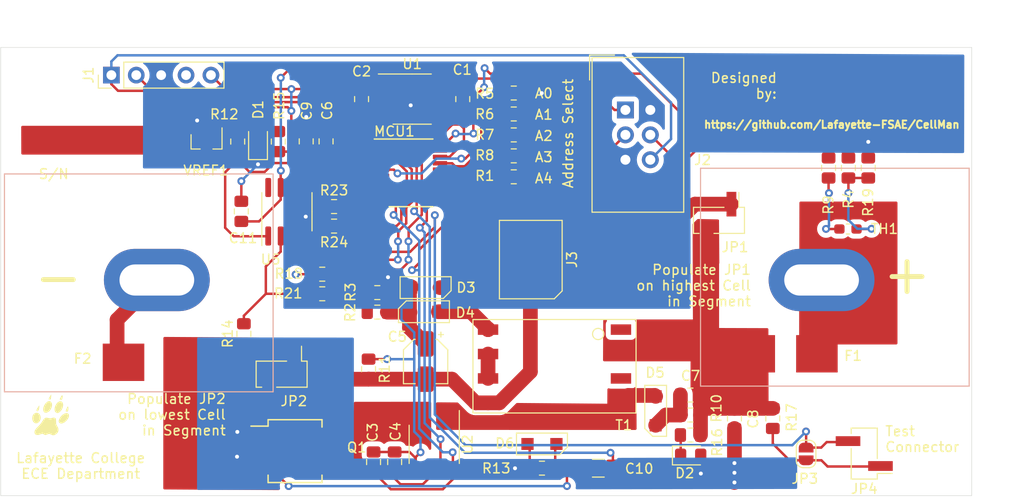
<source format=kicad_pcb>
(kicad_pcb (version 20171130) (host pcbnew "(5.1.4)-1")
  (title_block (title "CellMan Prototype") (date 2020-01-11) (rev 2.0) (company "Lafayette College") (comment 1 "Connor Winiarczyk"))
  (layers (0 F.Cu signal) (31 B.Cu signal) (34 B.Paste user hide) (35 F.Paste user hide) (36 B.SilkS user) (37 F.SilkS user) (38 B.Mask user) (39 F.Mask user) (44 Edge.Cuts user))
  (net 0 "")
  (net 1 "Net-(D2-Pad1)")
  (net 2 /Cell+)
  (net 3 /Cell-)
  (net 4 /SDA)
  (net 5 /SCL)
  (net 6 /Ref_Cap)
  (net 7 /SWIM)
  (net 8 /Balance_ctl)
  (net 9 /User_LED)
  (net 10 "/Cell+(RAW)")
  (net 11 "/Cell-(RAW)")
  (net 12 /A0)
  (net 13 /A3)
  (net 14 /A2)
  (net 15 /A1)
  (net 16 /A4)
  (net 17 GND)
  (net 18 +5V)
  (net 19 /CellBalancing/Filter)
  (net 20 /CellBalancing/LocalVout)
  (net 21 "Net-(C7-Pad2)")
  (net 22 "Net-(D1-Pad2)")
  (net 23 "Net-(D4-Pad2)")
  (net 24 /Reset)
  (net 25 "Net-(T1-Pad6)")
  (net 26 /CellTemp)
  (net 27 /Balance_feedback)
  (net 28 /Balance_current)
  (net 29 /CellVoltage)
  (net 30 "Net-(JP3-Pad2)")
  (net 31 "Net-(JP3-Pad1)")
  (net 32 /DividedCell-)
  (net 33 "Net-(R14-Pad2)")
  (net 34 /CellMeasurement/Vref)
  (net 35 /CellBalancing/ThisNetNeedsAName)
  (net 36 /CellBalancing/ThisOneToo)
  (net 37 +9V)
  (net 38 /CellMeasurement/CellVoltage_RAW)
  (net 39 /Balance-)
  (net 40 "Net-(C10-Pad1)")
  (net 41 /Balance+)
  (net 42 "Net-(R19-Pad2)")
  (net 43 "Net-(R9-Pad1)")
  (module Resistor_SMD:R_0805_2012Metric_Pad1.15x1.40mm_HandSolder (layer F.Cu) (at 176.43 93.57 90)
    (fp_text reference R9 (at -3.77 -0.02 90) (layer F.SilkS))
    (fp_text value R)
    (pad 2 smd roundrect (at 1.025 0 90) (size 1.15 1.4) (layers F.Cu F.Paste F.Mask) (roundrect_rratio 0.217391) (net 18 +5V))
    (pad 1 smd roundrect (at -1.025 0 90) (size 1.15 1.4) (layers F.Cu F.Paste F.Mask) (roundrect_rratio 0.217391) (net 43 "Net-(R9-Pad1)"))
  )
  (module Resistor_SMD:R_0805_2012Metric_Pad1.15x1.40mm_HandSolder (layer F.Cu) (at 178.455 93.57 270)
    (fp_text reference R4 (at 3.18 -0.015 90) (layer F.SilkS))
    (fp_text value 410)
    (pad 2 smd roundrect (at 1.025 0 270) (size 1.15 1.4) (layers F.Cu F.Paste F.Mask) (roundrect_rratio 0.217391) (net 42 "Net-(R19-Pad2)"))
    (pad 1 smd roundrect (at -1.025 0 270) (size 1.15 1.4) (layers F.Cu F.Paste F.Mask) (roundrect_rratio 0.217391) (net 26 /CellTemp))
  )
  (module Lafayette_Electric_Car_Footprints:Paw (layer F.Cu) (at 97.07 118.84)
    (fp_text reference LOGO2 hide)
    (fp_text value LeopardPawLogo hide)
  )
  (module Capacitor_SMD:C_1206_3216Metric_Pad1.42x1.75mm_HandSolder (layer F.Cu) (at 152.94 124.2)
    (fp_text reference C10 (at 4.17 0.05) (layer F.SilkS))
    (fp_text value "0.1uF 250V")
    (pad 2 smd roundrect (at 1.4875 0) (size 1.425 1.75) (layers F.Cu F.Paste F.Mask) (roundrect_rratio 0.175439) (net 8 /Balance_ctl))
    (pad 1 smd roundrect (at -1.4875 0) (size 1.425 1.75) (layers F.Cu F.Paste F.Mask) (roundrect_rratio 0.175439) (net 40 "Net-(C10-Pad1)"))
  )
  (module Lafayette_Electric_Car_Footprints:Diode_NTS260ESF (layer F.Cu) (at 147.19 121.73 90)
    (fp_text reference D6 (at 0.06 -3.79) (layer F.SilkS))
    (fp_text value "60V 2A")
    (pad 1 smd rect (at 0 1.475 90) (size 1.22 1.25) (layers F.Cu F.Paste F.Mask) (net 40 "Net-(C10-Pad1)"))
    (pad 2 smd rect (at 0 -1.475 90) (size 1.22 1.25) (layers F.Cu F.Paste F.Mask) (net 3 /Cell-))
  )
  (module Resistor_SMD:R_0805_2012Metric_Pad1.15x1.40mm_HandSolder (layer F.Cu) (at 147.19 124.2 180)
    (fp_text reference R13 (at 4.66 -0.02) (layer F.SilkS))
    (fp_text value R)
    (pad 2 smd roundrect (at 1.025 0 180) (size 1.15 1.4) (layers F.Cu F.Paste F.Mask) (roundrect_rratio 0.217391) (net 3 /Cell-))
    (pad 1 smd roundrect (at -1.025 0 180) (size 1.15 1.4) (layers F.Cu F.Paste F.Mask) (roundrect_rratio 0.217391) (net 40 "Net-(C10-Pad1)"))
  )
  (module Resistor_SMD:R_0805_2012Metric_Pad1.15x1.40mm_HandSolder (layer F.Cu) (at 129.5 114.1 270)
    (fp_text reference R11 (at 0 -1.65 90) (layer F.SilkS))
    (fp_text value R)
    (pad 2 smd roundrect (at 1.025 0 270) (size 1.15 1.4) (layers F.Cu F.Paste F.Mask) (roundrect_rratio 0.217391) (net 39 /Balance-))
    (pad 1 smd roundrect (at -1.025 0 270) (size 1.15 1.4) (layers F.Cu F.Paste F.Mask) (roundrect_rratio 0.217391) (net 17 GND))
  )
  (module Lafayette_Electric_Car_Footprints:AVX (layer F.Cu) (at 146.05 102.92 90)
    (fp_text reference J3 (at 0 4.2 90) (layer F.SilkS))
    (fp_text value AVX-IDC)
    (pad 2 smd rect (at 2 0 90) (size 3 5.4) (layers F.Cu F.Paste F.Mask) (net 41 /Balance+))
    (pad 1 smd rect (at -2 0 90) (size 3 5.4) (layers F.Cu F.Paste F.Mask) (net 39 /Balance-))
  )
  (module Resistor_SMD:R_0805_2012Metric_Pad1.15x1.40mm_HandSolder (layer F.Cu) (at 125.98 99.503826 180)
    (fp_text reference R24 (at 0 -1.65) (layer F.SilkS))
    (fp_text value 2k)
    (pad 2 smd roundrect (at 1.025 0 180) (size 1.15 1.4) (layers F.Cu F.Paste F.Mask) (roundrect_rratio 0.217391) (net 17 GND))
    (pad 1 smd roundrect (at -1.025 0 180) (size 1.15 1.4) (layers F.Cu F.Paste F.Mask) (roundrect_rratio 0.217391) (net 29 /CellVoltage))
  )
  (module Resistor_SMD:R_0805_2012Metric_Pad1.15x1.40mm_HandSolder (layer F.Cu) (at 125.98 97.51)
    (fp_text reference R23 (at 0 -1.65) (layer F.SilkS))
    (fp_text value 2k)
    (pad 2 smd roundrect (at 1.025 0) (size 1.15 1.4) (layers F.Cu F.Paste F.Mask) (roundrect_rratio 0.217391) (net 29 /CellVoltage))
    (pad 1 smd roundrect (at -1.025 0) (size 1.15 1.4) (layers F.Cu F.Paste F.Mask) (roundrect_rratio 0.217391) (net 38 /CellMeasurement/CellVoltage_RAW))
  )
  (module Lafayette_Electric_Car_Footprints:fuse_holder_smd_littelfuse (layer F.Cu) (at 107.66 112.98 180)
    (fp_text reference F2 (at 7.33 -0.05) (layer F.SilkS))
    (fp_text value LittelfuseHolder)
    (pad 2 smd rect (at 3.16 -0.42 180) (size 4.24 3.81) (layers F.Cu F.Paste F.Mask) (net 11 "/Cell-(RAW)"))
    (pad 1 smd rect (at -3.23 -0.42 180) (size 4.24 3.81) (layers F.Cu F.Paste F.Mask) (net 3 /Cell-))
  )
  (module Lafayette_Electric_Car_Footprints:fuse_holder_smd_littelfuse (layer F.Cu) (at 172.08 112.95)
    (fp_text reference F1 (at 6.85 -0.21) (layer F.SilkS))
    (fp_text value LittelfuseHolder)
    (pad 2 smd rect (at 3.16 -0.42) (size 4.24 3.81) (layers F.Cu F.Paste F.Mask) (net 10 "/Cell+(RAW)"))
    (pad 1 smd rect (at -3.23 -0.42) (size 4.24 3.81) (layers F.Cu F.Paste F.Mask) (net 2 /Cell+))
  )
  (module Package_SO:TSSOP-20_4.4x6.5mm_P0.65mm (layer F.Cu) (at 133.835 94.07)
    (fp_text reference MCU1 (at -1.7 -4.225) (layer F.SilkS))
    (fp_text value STM8S003F3)
    (pad 20 smd rect (at 2.95 -2.925) (size 1.45 0.45) (layers F.Cu F.Paste F.Mask) (net 26 /CellTemp))
    (pad 19 smd rect (at 2.95 -2.275) (size 1.45 0.45) (layers F.Cu F.Paste F.Mask) (net 27 /Balance_feedback))
    (pad 18 smd rect (at 2.95 -1.625) (size 1.45 0.45) (layers F.Cu F.Paste F.Mask) (net 7 /SWIM))
    (pad 17 smd rect (at 2.95 -0.975) (size 1.45 0.45) (layers F.Cu F.Paste F.Mask) (net 15 /A1))
    (pad 16 smd rect (at 2.95 -0.325) (size 1.45 0.45) (layers F.Cu F.Paste F.Mask) (net 14 /A2))
    (pad 15 smd rect (at 2.95 0.325) (size 1.45 0.45) (layers F.Cu F.Paste F.Mask) (net 13 /A3))
    (pad 14 smd rect (at 2.95 0.975) (size 1.45 0.45) (layers F.Cu F.Paste F.Mask) (net 28 /Balance_current))
    (pad 13 smd rect (at 2.95 1.625) (size 1.45 0.45) (layers F.Cu F.Paste F.Mask) (net 16 /A4))
    (pad 12 smd rect (at 2.95 2.275) (size 1.45 0.45) (layers F.Cu F.Paste F.Mask) (net 5 /SCL))
    (pad 11 smd rect (at 2.95 2.925) (size 1.45 0.45) (layers F.Cu F.Paste F.Mask) (net 4 /SDA))
    (pad 10 smd rect (at -2.95 2.925) (size 1.45 0.45) (layers F.Cu F.Paste F.Mask) (net 9 /User_LED))
    (pad 9 smd rect (at -2.95 2.275) (size 1.45 0.45) (layers F.Cu F.Paste F.Mask) (net 18 +5V))
    (pad 8 smd rect (at -2.95 1.625) (size 1.45 0.45) (layers F.Cu F.Paste F.Mask) (net 6 /Ref_Cap))
    (pad 7 smd rect (at -2.95 0.975) (size 1.45 0.45) (layers F.Cu F.Paste F.Mask) (net 17 GND))
    (pad 6 smd rect (at -2.95 0.325) (size 1.45 0.45) (layers F.Cu F.Paste F.Mask))
    (pad 5 smd rect (at -2.95 -0.325) (size 1.45 0.45) (layers F.Cu F.Paste F.Mask) (net 12 /A0))
    (pad 4 smd rect (at -2.95 -0.975) (size 1.45 0.45) (layers F.Cu F.Paste F.Mask) (net 24 /Reset))
    (pad 3 smd rect (at -2.95 -1.625) (size 1.45 0.45) (layers F.Cu F.Paste F.Mask) (net 29 /CellVoltage))
    (pad 2 smd rect (at -2.95 -2.275) (size 1.45 0.45) (layers F.Cu F.Paste F.Mask) (net 32 /DividedCell-))
    (pad 1 smd rect (at -2.95 -2.925) (size 1.45 0.45) (layers F.Cu F.Paste F.Mask) (net 8 /Balance_ctl))
  )
  (module Lafayette_Electric_Car_Footprints:Diode_NTS260ESF (layer F.Cu) (at 158.79 118.35)
    (fp_text reference D5 (at -0.06 -3.89 180) (layer F.SilkS))
    (fp_text value "60V 2A")
    (pad 1 smd rect (at 0 1.475) (size 1.22 1.25) (layers F.Cu F.Paste F.Mask) (net 21 "Net-(C7-Pad2)"))
    (pad 2 smd rect (at 0 -1.475) (size 1.22 1.25) (layers F.Cu F.Paste F.Mask) (net 36 /CellBalancing/ThisOneToo))
  )
  (module Lafayette_Electric_Car_Footprints:Transformer (layer F.Cu) (at 148.44 113.05 180)
    (fp_text reference T1 (at -7.1 -6.77 180) (layer F.SilkS))
    (fp_text value FlybackTransformer)
    (pad 5 smd rect (at 6.75 -4.485 270) (size 1.07 2.08) (layers F.Cu F.Paste F.Mask) (net 39 /Balance-))
    (pad 4 smd rect (at -6.81 -4.485 270) (size 1.07 2.08) (layers F.Cu F.Paste F.Mask) (net 36 /CellBalancing/ThisOneToo))
    (pad 6 smd rect (at 6.75 -1.995 270) (size 1.07 2.08) (layers F.Cu F.Paste F.Mask) (net 25 "Net-(T1-Pad6)"))
    (pad 3 smd rect (at -6.81 -1.995 270) (size 1.07 2.08) (layers F.Cu F.Paste F.Mask))
    (pad 7 smd rect (at 6.75 0.495 270) (size 1.07 2.08) (layers F.Cu F.Paste F.Mask) (net 25 "Net-(T1-Pad6)"))
    (pad 2 smd rect (at -6.81 0.495 270) (size 1.07 2.08) (layers F.Cu F.Paste F.Mask) (net 2 /Cell+))
    (pad 8 smd rect (at 6.75 2.985 270) (size 1.07 2.08) (layers F.Cu F.Paste F.Mask) (net 23 "Net-(D4-Pad2)"))
    (pad 1 smd rect (at -6.81 2.985 270) (size 1.07 2.08) (layers F.Cu F.Paste F.Mask))
  )
  (module Package_TO_SOT_SMD:SOT-23 (layer F.Cu) (at 112.97 90.88 270)
    (fp_text reference VREF1 (at 2.95 0.07 180) (layer F.SilkS))
    (fp_text value ADR510)
    (pad 1 smd rect (at -1 -0.95 270) (size 0.9 0.8) (layers F.Cu F.Paste F.Mask) (net 34 /CellMeasurement/Vref))
    (pad 2 smd rect (at -1 0.95 270) (size 0.9 0.8) (layers F.Cu F.Paste F.Mask) (net 17 GND))
    (pad 3 smd rect (at 1 0 270) (size 0.9 0.8) (layers F.Cu F.Paste F.Mask))
  )
  (module Resistor_SMD:R_0805_2012Metric_Pad1.15x1.40mm_HandSolder (layer F.Cu) (at 116.15 90.88 270)
    (fp_text reference R12 (at -2.78 1.37 180) (layer F.SilkS))
    (fp_text value R)
    (pad 2 smd roundrect (at 1.025 0 270) (size 1.15 1.4) (layers F.Cu F.Paste F.Mask) (roundrect_rratio 0.217391) (net 34 /CellMeasurement/Vref))
    (pad 1 smd roundrect (at -1.025 0 270) (size 1.15 1.4) (layers F.Cu F.Paste F.Mask) (roundrect_rratio 0.217391) (net 18 +5V))
  )
  (module Package_SO:SOIC-8_3.9x4.9mm_P1.27mm (layer F.Cu) (at 121.17 98.04 90)
    (fp_text reference U5 (at -4.87 -1.67 180) (layer F.SilkS))
    (fp_text value AD8479)
    (pad 8 smd roundrect (at 2.475 -1.905 90) (size 1.95 0.6) (layers F.Cu F.Paste F.Mask))
    (pad 7 smd roundrect (at 2.475 -0.635 90) (size 1.95 0.6) (layers F.Cu F.Paste F.Mask) (net 37 +9V))
    (pad 6 smd roundrect (at 2.475 0.635 90) (size 1.95 0.6) (layers F.Cu F.Paste F.Mask) (net 38 /CellMeasurement/CellVoltage_RAW))
    (pad 5 smd roundrect (at 2.475 1.905 90) (size 1.95 0.6) (layers F.Cu F.Paste F.Mask) (net 34 /CellMeasurement/Vref))
    (pad 4 smd roundrect (at -2.475 1.905 90) (size 1.95 0.6) (layers F.Cu F.Paste F.Mask) (net 17 GND))
    (pad 3 smd roundrect (at -2.475 0.635 90) (size 1.95 0.6) (layers F.Cu F.Paste F.Mask) (net 30 "Net-(JP3-Pad2)"))
    (pad 2 smd roundrect (at -2.475 -0.635 90) (size 1.95 0.6) (layers F.Cu F.Paste F.Mask) (net 33 "Net-(R14-Pad2)"))
    (pad 1 smd roundrect (at -2.475 -1.905 90) (size 1.95 0.6) (layers F.Cu F.Paste F.Mask) (net 34 /CellMeasurement/Vref))
  )
  (module Resistor_SMD:R_0805_2012Metric_Pad1.15x1.40mm_HandSolder (layer F.Cu) (at 170.74 119.126 270)
    (fp_text reference R17 (at -0.096 -1.92 90) (layer F.SilkS))
    (fp_text value 2k)
    (pad 2 smd roundrect (at 1.025 0 270) (size 1.15 1.4) (layers F.Cu F.Paste F.Mask) (roundrect_rratio 0.217391) (net 31 "Net-(JP3-Pad1)"))
    (pad 1 smd roundrect (at -1.025 0 270) (size 1.15 1.4) (layers F.Cu F.Paste F.Mask) (roundrect_rratio 0.217391) (net 2 /Cell+))
  )
  (module Resistor_SMD:R_0805_2012Metric_Pad1.15x1.40mm_HandSolder (layer F.Cu) (at 116.78 110.49 90)
    (fp_text reference R14 (at 0 -1.65 90) (layer F.SilkS))
    (fp_text value 2k)
    (pad 2 smd roundrect (at 1.025 0 90) (size 1.15 1.4) (layers F.Cu F.Paste F.Mask) (roundrect_rratio 0.217391) (net 33 "Net-(R14-Pad2)"))
    (pad 1 smd roundrect (at -1.025 0 90) (size 1.15 1.4) (layers F.Cu F.Paste F.Mask) (roundrect_rratio 0.217391) (net 3 /Cell-))
  )
  (module Connector_PinHeader_2.54mm:PinHeader_1x02_P2.54mm_Vertical_SMD_Pin1Left (layer F.Cu) (at 180.07 122.71 180)
    (fp_text reference JP4 (at 0 -3.6) (layer F.SilkS))
    (fp_text value Jumper)
    (pad 2 smd rect (at 1.655 1.27 180) (size 2.51 1) (layers F.Cu F.Paste F.Mask) (net 30 "Net-(JP3-Pad2)"))
    (pad 1 smd rect (at -1.655 -1.27 180) (size 2.51 1) (layers F.Cu F.Paste F.Mask) (net 31 "Net-(JP3-Pad1)"))
  )
  (module Jumper:SolderJumper-2_P1.3mm_Open_RoundedPad1.0x1.5mm (layer F.Cu) (at 174.14 122.75 90)
    (fp_text reference JP3 (at -2.53 -0.13 180) (layer F.SilkS))
    (fp_text value SolderJumper_2_Open)
    (pad 2 smd custom (at 0.65 0 90) (size 1 0.5) (layers F.Cu F.Mask) (net 30 "Net-(JP3-Pad2)") (options (clearance outline) (anchor rect)) (primitives (gr_circle (center 0 0.25) (end 0.5 0.25) (width 0)) (gr_circle (center 0 -0.25) (end 0.5 -0.25) (width 0)) (gr_poly (pts (xy 0 -0.75) (xy -0.5 -0.75) (xy -0.5 0.75) (xy 0 0.75)) (width 0))))
    (pad 1 smd custom (at -0.65 0 90) (size 1 0.5) (layers F.Cu F.Mask) (net 31 "Net-(JP3-Pad1)") (options (clearance outline) (anchor rect)) (primitives (gr_circle (center 0 0.25) (end 0.5 0.25) (width 0)) (gr_circle (center 0 -0.25) (end 0.5 -0.25) (width 0)) (gr_poly (pts (xy 0 -0.75) (xy 0.5 -0.75) (xy 0.5 0.75) (xy 0 0.75)) (width 0))))
  )
  (module Connector_PinHeader_2.54mm:PinHeader_1x02_P2.54mm_Vertical_SMD_Pin1Left (layer F.Cu) (at 120.63 114.61 270)
    (fp_text reference JP2 (at 2.75 -1.25 180) (layer F.SilkS))
    (fp_text value Jumper)
    (pad 2 smd rect (at 1.655 1.27 270) (size 2.51 1) (layers F.Cu F.Paste F.Mask) (net 3 /Cell-))
    (pad 1 smd rect (at -1.655 -1.27 270) (size 2.51 1) (layers F.Cu F.Paste F.Mask) (net 39 /Balance-))
  )
  (module Connector_PinHeader_2.54mm:PinHeader_1x02_P2.54mm_Vertical_SMD_Pin1Left (layer F.Cu) (at 165.25 98.92 270)
    (fp_text reference JP1 (at 2.73 -1.64 180) (layer F.SilkS))
    (fp_text value Jumper)
    (pad 1 smd rect (at -1.655 -1.27 270) (size 2.51 1) (layers F.Cu F.Paste F.Mask) (net 41 /Balance+))
    (pad 2 smd rect (at 1.655 1.27 270) (size 2.51 1) (layers F.Cu F.Paste F.Mask) (net 2 /Cell+))
  )
  (module Lafayette_Electric_Car_Footprints:Diode_NTS260ESF (layer F.Cu) (at 135.15 108.24 270)
    (fp_text reference D4 (at 0.09 -4.22) (layer F.SilkS))
    (fp_text value "60V 2A")
    (pad 1 smd rect (at 0 1.475 270) (size 1.22 1.25) (layers F.Cu F.Paste F.Mask) (net 20 /CellBalancing/LocalVout))
    (pad 2 smd rect (at 0 -1.475 270) (size 1.22 1.25) (layers F.Cu F.Paste F.Mask) (net 23 "Net-(D4-Pad2)"))
  )
  (module Lafayette_Electric_Car_Footprints:Diode_NTS260ESF (layer F.Cu) (at 135.32 105.78 90)
    (fp_text reference D3 (at 0 4.13) (layer F.SilkS))
    (fp_text value "60V 2A")
    (pad 1 smd rect (at 0 1.475 90) (size 1.22 1.25) (layers F.Cu F.Paste F.Mask) (net 41 /Balance+))
    (pad 2 smd rect (at 0 -1.475 90) (size 1.22 1.25) (layers F.Cu F.Paste F.Mask) (net 20 /CellBalancing/LocalVout))
  )
  (module Capacitor_SMD:C_0805_2012Metric_Pad1.15x1.40mm_HandSolder (layer F.Cu) (at 116.52 98 90)
    (fp_text reference C11 (at -2.73 0.17 180) (layer F.SilkS))
    (fp_text value 0.1uF)
    (pad 2 smd roundrect (at 1.025 0 90) (size 1.15 1.4) (layers F.Cu F.Paste F.Mask) (roundrect_rratio 0.217391) (net 17 GND))
    (pad 1 smd roundrect (at -1.025 0 90) (size 1.15 1.4) (layers F.Cu F.Paste F.Mask) (roundrect_rratio 0.217391) (net 37 +9V))
  )
  (module Capacitor_SMD:CP_Elec_4x5.4 (layer F.Cu) (at 135.32 113.32 270)
    (fp_text reference C5 (at -2.53 2.89 180) (layer F.SilkS))
    (fp_text value "1uF 50V")
    (pad 2 smd roundrect (at 1.8 0 270) (size 2.6 1.6) (layers F.Cu F.Paste F.Mask) (roundrect_rratio 0.15625) (net 39 /Balance-))
    (pad 1 smd roundrect (at -1.8 0 270) (size 2.6 1.6) (layers F.Cu F.Paste F.Mask) (roundrect_rratio 0.15625) (net 20 /CellBalancing/LocalVout))
  )
  (module Connector_IDC:IDC-Header_2x03_P2.54mm_Vertical (layer F.Cu) (at 155.705 87.655)
    (fp_text reference J2 (at 7.875 5.105) (layer F.SilkS))
    (fp_text value IDC-Connector)
    (pad 6 thru_hole oval (at 2.54 5.08) (size 1.7272 1.7272) (drill 1.016) (layers *.Cu *.Mask) (net 24 /Reset))
    (pad 5 thru_hole oval (at 0 5.08) (size 1.7272 1.7272) (drill 1.016) (layers *.Cu *.Mask) (net 17 GND))
    (pad 4 thru_hole oval (at 2.54 2.54) (size 1.7272 1.7272) (drill 1.016) (layers *.Cu *.Mask) (net 4 /SDA))
    (pad 3 thru_hole oval (at 0 2.54) (size 1.7272 1.7272) (drill 1.016) (layers *.Cu *.Mask) (net 5 /SCL))
    (pad 2 thru_hole oval (at 2.54 0) (size 1.7272 1.7272) (drill 1.016) (layers *.Cu *.Mask) (net 17 GND))
    (pad 1 thru_hole rect (at 0 0) (size 1.7272 1.7272) (drill 1.016) (layers *.Cu *.Mask) (net 37 +9V))
  )
  (module Package_SO:SO-8_3.9x4.9mm_P1.27mm (layer F.Cu) (at 136.2 121.77 270)
    (fp_text reference U2 (at 0 -3.4 90) (layer F.SilkS))
    (fp_text value ACHS-7122)
    (pad 8 smd roundrect (at 2.575 -1.905 270) (size 1.75 0.6) (layers F.Cu F.Paste F.Mask) (net 18 +5V))
    (pad 7 smd roundrect (at 2.575 -0.635 270) (size 1.75 0.6) (layers F.Cu F.Paste F.Mask) (net 28 /Balance_current))
    (pad 6 smd roundrect (at 2.575 0.635 270) (size 1.75 0.6) (layers F.Cu F.Paste F.Mask) (net 19 /CellBalancing/Filter))
    (pad 5 smd roundrect (at 2.575 1.905 270) (size 1.75 0.6) (layers F.Cu F.Paste F.Mask) (net 17 GND))
    (pad 4 smd roundrect (at -2.575 1.905 270) (size 1.75 0.6) (layers F.Cu F.Paste F.Mask) (net 35 /CellBalancing/ThisNetNeedsAName))
    (pad 3 smd roundrect (at -2.575 0.635 270) (size 1.75 0.6) (layers F.Cu F.Paste F.Mask) (net 35 /CellBalancing/ThisNetNeedsAName))
    (pad 2 smd roundrect (at -2.575 -0.635 270) (size 1.75 0.6) (layers F.Cu F.Paste F.Mask) (net 36 /CellBalancing/ThisOneToo))
    (pad 1 smd roundrect (at -2.575 -1.905 270) (size 1.75 0.6) (layers F.Cu F.Paste F.Mask) (net 36 /CellBalancing/ThisOneToo))
  )
  (module Package_SO:SO-8_3.9x4.9mm_P1.27mm (layer F.Cu) (at 133.9485 86.54748)
    (fp_text reference U1 (at 0.0058 -3.57748) (layer F.SilkS))
    (fp_text value L78L05CD13TR)
    (pad 8 smd roundrect (at 2.575 -1.905) (size 1.75 0.6) (layers F.Cu F.Paste F.Mask) (net 37 +9V))
    (pad 7 smd roundrect (at 2.575 -0.635) (size 1.75 0.6) (layers F.Cu F.Paste F.Mask) (net 17 GND))
    (pad 6 smd roundrect (at 2.575 0.635) (size 1.75 0.6) (layers F.Cu F.Paste F.Mask) (net 17 GND))
    (pad 5 smd roundrect (at 2.575 1.905) (size 1.75 0.6) (layers F.Cu F.Paste F.Mask))
    (pad 4 smd roundrect (at -2.575 1.905) (size 1.75 0.6) (layers F.Cu F.Paste F.Mask))
    (pad 3 smd roundrect (at -2.575 0.635) (size 1.75 0.6) (layers F.Cu F.Paste F.Mask) (net 17 GND))
    (pad 2 smd roundrect (at -2.575 -0.635) (size 1.75 0.6) (layers F.Cu F.Paste F.Mask) (net 17 GND))
    (pad 1 smd roundrect (at -2.575 -1.905) (size 1.75 0.6) (layers F.Cu F.Paste F.Mask) (net 18 +5V))
  )
  (module Resistor_SMD:R_0603_1608Metric_Pad1.05x0.95mm_HandSolder (layer F.Cu) (at 178.41 99.8)
    (fp_text reference TH1 (at 3.72 -0.01) (layer F.SilkS))
    (fp_text value NTCS0603)
    (pad 2 smd roundrect (at 0.875 0) (size 1.05 0.95) (layers F.Cu F.Paste F.Mask) (net 42 "Net-(R19-Pad2)"))
    (pad 1 smd roundrect (at -0.875 0) (size 1.05 0.95) (layers F.Cu F.Paste F.Mask) (net 43 "Net-(R9-Pad1)"))
  )
  (module Resistor_SMD:R_0805_2012Metric_Pad1.15x1.40mm_HandSolder (layer F.Cu) (at 124.775 106.41)
    (fp_text reference R21 (at -3.465 -0.04) (layer F.SilkS))
    (fp_text value 51k)
    (pad 2 smd roundrect (at 1.025 0) (size 1.15 1.4) (layers F.Cu F.Paste F.Mask) (roundrect_rratio 0.217391) (net 32 /DividedCell-))
    (pad 1 smd roundrect (at -1.025 0) (size 1.15 1.4) (layers F.Cu F.Paste F.Mask) (roundrect_rratio 0.217391) (net 33 "Net-(R14-Pad2)"))
  )
  (module Resistor_SMD:R_0805_2012Metric_Pad1.15x1.40mm_HandSolder (layer F.Cu) (at 180.48 93.57 270)
    (fp_text reference R19 (at 3.52 0.02 90) (layer F.SilkS))
    (fp_text value R)
    (pad 2 smd roundrect (at 1.025 0 270) (size 1.15 1.4) (layers F.Cu F.Paste F.Mask) (roundrect_rratio 0.217391) (net 42 "Net-(R19-Pad2)"))
    (pad 1 smd roundrect (at -1.025 0 270) (size 1.15 1.4) (layers F.Cu F.Paste F.Mask) (roundrect_rratio 0.217391) (net 17 GND))
  )
  (module Resistor_SMD:R_0805_2012Metric_Pad1.15x1.40mm_HandSolder (layer F.Cu) (at 124.775 104.41 180)
    (fp_text reference R18 (at 3.405 0.05 180) (layer F.SilkS))
    (fp_text value 10k)
    (pad 2 smd roundrect (at 1.025 0 180) (size 1.15 1.4) (layers F.Cu F.Paste F.Mask) (roundrect_rratio 0.217391))
    (pad 1 smd roundrect (at -1.025 0 180) (size 1.15 1.4) (layers F.Cu F.Paste F.Mask) (roundrect_rratio 0.217391) (net 32 /DividedCell-))
  )
  (module Resistor_SMD:R_0805_2012Metric_Pad1.15x1.40mm_HandSolder (layer F.Cu) (at 162.339 118.7804 180)
    (fp_text reference R10 (at -2.651 0.6904 270) (layer F.SilkS))
    (fp_text value R)
    (pad 2 smd roundrect (at 1.025 0 180) (size 1.15 1.4) (layers F.Cu F.Paste F.Mask) (roundrect_rratio 0.217391) (net 21 "Net-(C7-Pad2)"))
    (pad 1 smd roundrect (at -1.025 0 180) (size 1.15 1.4) (layers F.Cu F.Paste F.Mask) (roundrect_rratio 0.217391) (net 2 /Cell+))
  )
  (module Resistor_SMD:R_0805_2012Metric_Pad1.15x1.40mm_HandSolder (layer F.Cu) (at 130.39 106.28852)
    (fp_text reference R3 (at -2.73764 -0.03888 -90) (layer F.SilkS))
    (fp_text value R)
    (pad 2 smd roundrect (at 1.025 0) (size 1.15 1.4) (layers F.Cu F.Paste F.Mask) (roundrect_rratio 0.217391) (net 17 GND))
    (pad 1 smd roundrect (at -1.025 0) (size 1.15 1.4) (layers F.Cu F.Paste F.Mask) (roundrect_rratio 0.217391) (net 27 /Balance_feedback))
  )
  (module Resistor_SMD:R_0805_2012Metric_Pad1.15x1.40mm_HandSolder (layer F.Cu) (at 130.39 108.282348 180)
    (fp_text reference R2 (at 2.76764 -0.04296 270) (layer F.SilkS))
    (fp_text value R)
    (pad 2 smd roundrect (at 1.025 0 180) (size 1.15 1.4) (layers F.Cu F.Paste F.Mask) (roundrect_rratio 0.217391) (net 27 /Balance_feedback))
    (pad 1 smd roundrect (at -1.025 0 180) (size 1.15 1.4) (layers F.Cu F.Paste F.Mask) (roundrect_rratio 0.217391) (net 20 /CellBalancing/LocalVout))
  )
  (module Package_SO:SO-8_5.3x6.2mm_P1.27mm (layer F.Cu) (at 122 122.46)
    (fp_text reference Q1 (at 6.3 -0.37) (layer F.SilkS))
    (fp_text value SP8K24FRATB)
    (pad 8 smd rect (at 3.7 -1.905) (size 1.75 0.55) (layers F.Cu F.Paste F.Mask) (net 35 /CellBalancing/ThisNetNeedsAName))
    (pad 7 smd rect (at 3.7 -0.635) (size 1.75 0.55) (layers F.Cu F.Paste F.Mask) (net 35 /CellBalancing/ThisNetNeedsAName))
    (pad 6 smd rect (at 3.7 0.635) (size 1.75 0.55) (layers F.Cu F.Paste F.Mask) (net 35 /CellBalancing/ThisNetNeedsAName))
    (pad 5 smd rect (at 3.7 1.905) (size 1.75 0.55) (layers F.Cu F.Paste F.Mask) (net 35 /CellBalancing/ThisNetNeedsAName))
    (pad 4 smd rect (at -3.7 1.905) (size 1.75 0.55) (layers F.Cu F.Paste F.Mask) (net 40 "Net-(C10-Pad1)"))
    (pad 3 smd rect (at -3.7 0.635) (size 1.75 0.55) (layers F.Cu F.Paste F.Mask) (net 3 /Cell-))
    (pad 2 smd rect (at -3.7 -0.635) (size 1.75 0.55) (layers F.Cu F.Paste F.Mask) (net 40 "Net-(C10-Pad1)"))
    (pad 1 smd rect (at -3.7 -1.905) (size 1.75 0.55) (layers F.Cu F.Paste F.Mask) (net 3 /Cell-))
  )
  (module Connector_PinHeader_2.54mm:PinHeader_1x05_P2.54mm_Vertical (layer F.Cu) (at 103.26 84.1 90)
    (fp_text reference J1 (at 0 -2.33 90) (layer F.SilkS))
    (fp_text value Conn_01x05_Male)
    (pad 5 thru_hole oval (at 0 10.16 90) (size 1.7 1.7) (drill 1) (layers *.Cu *.Mask) (net 18 +5V))
    (pad 4 thru_hole oval (at 0 7.62 90) (size 1.7 1.7) (drill 1) (layers *.Cu *.Mask))
    (pad 3 thru_hole oval (at 0 5.08 90) (size 1.7 1.7) (drill 1) (layers *.Cu *.Mask) (net 17 GND))
    (pad 2 thru_hole oval (at 0 2.54 90) (size 1.7 1.7) (drill 1) (layers *.Cu *.Mask) (net 7 /SWIM))
    (pad 1 thru_hole rect (at 0 0 90) (size 1.7 1.7) (drill 1) (layers *.Cu *.Mask) (net 24 /Reset))
  )
  (module LED_SMD:LED_0805_2012Metric_Pad1.15x1.40mm_HandSolder (layer F.Cu) (at 162.3615 122.90524)
    (fp_text reference D2 (at -0.6015 1.80476) (layer F.SilkS))
    (fp_text value LED_Red)
    (pad 2 smd roundrect (at 1.025 0) (size 1.15 1.4) (layers F.Cu F.Paste F.Mask) (roundrect_rratio 0.217391) (net 3 /Cell-))
    (pad 1 smd roundrect (at -1.025 0) (size 1.15 1.4) (layers F.Cu F.Paste F.Mask) (roundrect_rratio 0.217391) (net 1 "Net-(D2-Pad1)"))
  )
  (module LED_SMD:LED_0805_2012Metric_Pad1.15x1.40mm_HandSolder (layer F.Cu) (at 118.22125 90.8575 90)
    (fp_text reference D1 (at 3.23 0.01875 90) (layer F.SilkS))
    (fp_text value LED_Green)
    (pad 2 smd roundrect (at 1.025 0 90) (size 1.15 1.4) (layers F.Cu F.Paste F.Mask) (roundrect_rratio 0.217391) (net 22 "Net-(D1-Pad2)"))
    (pad 1 smd roundrect (at -1.025 0 90) (size 1.15 1.4) (layers F.Cu F.Paste F.Mask) (roundrect_rratio 0.217391) (net 17 GND))
  )
  (module Capacitor_SMD:C_0805_2012Metric_Pad1.15x1.40mm_HandSolder (layer F.Cu) (at 166.828 119.126 270)
    (fp_text reference C8 (at 0.054 -1.902 270) (layer F.SilkS))
    (fp_text value 1uF)
    (pad 2 smd roundrect (at 1.025 0 270) (size 1.15 1.4) (layers F.Cu F.Paste F.Mask) (roundrect_rratio 0.217391) (net 3 /Cell-))
    (pad 1 smd roundrect (at -1.025 0 270) (size 1.15 1.4) (layers F.Cu F.Paste F.Mask) (roundrect_rratio 0.217391) (net 2 /Cell+))
  )
  (module Capacitor_SMD:C_0805_2012Metric_Pad1.15x1.40mm_HandSolder (layer F.Cu) (at 162.339 116.74048 180)
    (fp_text reference C7 (at -0.011 1.96048) (layer F.SilkS))
    (fp_text value C)
    (pad 2 smd roundrect (at 1.025 0 180) (size 1.15 1.4) (layers F.Cu F.Paste F.Mask) (roundrect_rratio 0.217391) (net 21 "Net-(C7-Pad2)"))
    (pad 1 smd roundrect (at -1.025 0 180) (size 1.15 1.4) (layers F.Cu F.Paste F.Mask) (roundrect_rratio 0.217391) (net 2 /Cell+))
  )
  (module Capacitor_SMD:C_0805_2012Metric_Pad1.15x1.40mm_HandSolder (layer F.Cu) (at 132.16 123.575 90)
    (fp_text reference C4 (at 3.115 0.09 90) (layer F.SilkS))
    (fp_text value 1nF)
    (pad 2 smd roundrect (at 1.025 0 90) (size 1.15 1.4) (layers F.Cu F.Paste F.Mask) (roundrect_rratio 0.217391) (net 17 GND))
    (pad 1 smd roundrect (at -1.025 0 90) (size 1.15 1.4) (layers F.Cu F.Paste F.Mask) (roundrect_rratio 0.217391) (net 19 /CellBalancing/Filter))
  )
  (module Capacitor_SMD:C_0805_2012Metric_Pad1.15x1.40mm_HandSolder (layer F.Cu) (at 130.01 123.575 90)
    (fp_text reference C3 (at 3.035 -0.1 90) (layer F.SilkS))
    (fp_text value 0.1uF)
    (pad 2 smd roundrect (at 1.025 0 90) (size 1.15 1.4) (layers F.Cu F.Paste F.Mask) (roundrect_rratio 0.217391) (net 17 GND))
    (pad 1 smd roundrect (at -1.025 0 90) (size 1.15 1.4) (layers F.Cu F.Paste F.Mask) (roundrect_rratio 0.217391))
  )
  (module Resistor_SMD:R_0805_2012Metric_Pad1.15x1.40mm_HandSolder (layer F.Cu) (at 144.314 88.065175)
    (fp_text reference R6 (at -2.9591 0.022225) (layer F.SilkS))
    (fp_text value R)
    (pad 2 smd roundrect (at 1.025 0) (size 1.15 1.4) (layers F.Cu F.Paste F.Mask) (roundrect_rratio 0.217391) (net 17 GND))
    (pad 1 smd roundrect (at -1.025 0) (size 1.15 1.4) (layers F.Cu F.Paste F.Mask) (roundrect_rratio 0.217391) (net 15 /A1))
  )
  (module Resistor_SMD:R_0805_2012Metric_Pad1.15x1.40mm_HandSolder (layer F.Cu) (at 144.314 94.4755 180)
    (fp_text reference R1 (at 2.9591 0.1016) (layer F.SilkS))
    (fp_text value R)
    (pad 2 smd roundrect (at 1.025 0 180) (size 1.15 1.4) (layers F.Cu F.Paste F.Mask) (roundrect_rratio 0.217391) (net 16 /A4))
    (pad 1 smd roundrect (at -1.025 0 180) (size 1.15 1.4) (layers F.Cu F.Paste F.Mask) (roundrect_rratio 0.217391) (net 17 GND))
  )
  (module Resistor_SMD:R_0805_2012Metric_Pad1.15x1.40mm_HandSolder (layer F.Cu) (at 144.314 92.338725 180)
    (fp_text reference R8 (at 2.9591 0.060325) (layer F.SilkS))
    (fp_text value R)
    (pad 2 smd roundrect (at 1.025 0 180) (size 1.15 1.4) (layers F.Cu F.Paste F.Mask) (roundrect_rratio 0.217391) (net 13 /A3))
    (pad 1 smd roundrect (at -1.025 0 180) (size 1.15 1.4) (layers F.Cu F.Paste F.Mask) (roundrect_rratio 0.217391) (net 17 GND))
  )
  (module Resistor_SMD:R_0805_2012Metric_Pad1.15x1.40mm_HandSolder (layer F.Cu) (at 144.314 90.20195)
    (fp_text reference R7 (at -2.9591 -0.01905) (layer F.SilkS))
    (fp_text value R)
    (pad 2 smd roundrect (at 1.025 0) (size 1.15 1.4) (layers F.Cu F.Paste F.Mask) (roundrect_rratio 0.217391) (net 17 GND))
    (pad 1 smd roundrect (at -1.025 0) (size 1.15 1.4) (layers F.Cu F.Paste F.Mask) (roundrect_rratio 0.217391) (net 14 /A2))
  )
  (module Resistor_SMD:R_0805_2012Metric_Pad1.15x1.40mm_HandSolder (layer F.Cu) (at 144.314 85.9284)
    (fp_text reference R5 (at -2.9591 0.0635) (layer F.SilkS))
    (fp_text value R)
    (pad 2 smd roundrect (at 1.025 0) (size 1.15 1.4) (layers F.Cu F.Paste F.Mask) (roundrect_rratio 0.217391) (net 17 GND))
    (pad 1 smd roundrect (at -1.025 0) (size 1.15 1.4) (layers F.Cu F.Paste F.Mask) (roundrect_rratio 0.217391) (net 12 /A0))
  )
  (module Lafayette_Electric_Car_Footprints:CELL60AH (layer F.Cu) (at 175.7172 105.0036 180)
    (fp_text reference BT1 hide)
    (fp_text value Battery_Cell)
    (pad 2 thru_hole oval (at 67.818 0 270) (size 6.35 10.795) (drill oval 3.175 7.62) (layers *.Cu *.Mask) (net 11 "/Cell-(RAW)"))
    (pad 1 thru_hole oval (at 0 0 270) (size 6.35 10.795) (drill oval 3.175 7.62) (layers *.Cu *.Mask) (net 10 "/Cell+(RAW)"))
  )
  (module Capacitor_SMD:C_0805_2012Metric_Pad1.15x1.40mm_HandSolder (layer F.Cu) (at 125.165 90.86 270)
    (fp_text reference C6 (at -3.14 -0.105 90) (layer F.SilkS))
    (fp_text value 1uF)
    (pad 2 smd roundrect (at 1.025 0 270) (size 1.15 1.4) (layers F.Cu F.Paste F.Mask) (roundrect_rratio 0.217391) (net 6 /Ref_Cap))
    (pad 1 smd roundrect (at -1.025 0 270) (size 1.15 1.4) (layers F.Cu F.Paste F.Mask) (roundrect_rratio 0.217391) (net 17 GND))
  )
  (module Capacitor_SMD:C_0805_2012Metric_Pad1.15x1.40mm_HandSolder (layer F.Cu) (at 123.13875 90.86 90)
    (fp_text reference C9 (at 3.1 0.05125 90) (layer F.SilkS))
    (fp_text value 1uF)
    (pad 2 smd roundrect (at 1.025 0 90) (size 1.15 1.4) (layers F.Cu F.Paste F.Mask) (roundrect_rratio 0.217391) (net 17 GND))
    (pad 1 smd roundrect (at -1.025 0 90) (size 1.15 1.4) (layers F.Cu F.Paste F.Mask) (roundrect_rratio 0.217391) (net 18 +5V))
  )
  (module Capacitor_SMD:C_0805_2012Metric_Pad1.15x1.40mm_HandSolder (layer F.Cu) (at 128.786 86.54748 270)
    (fp_text reference C2 (at -2.825 -0.01 180) (layer F.SilkS))
    (fp_text value 0.1uF)
    (pad 2 smd roundrect (at 1.025 0 270) (size 1.15 1.4) (layers F.Cu F.Paste F.Mask) (roundrect_rratio 0.217391) (net 17 GND))
    (pad 1 smd roundrect (at -1.025 0 270) (size 1.15 1.4) (layers F.Cu F.Paste F.Mask) (roundrect_rratio 0.217391) (net 18 +5V))
  )
  (module Capacitor_SMD:C_0805_2012Metric_Pad1.15x1.40mm_HandSolder (layer F.Cu) (at 139.111 86.54748 270)
    (fp_text reference C1 (at -3 0.05 180) (layer F.SilkS))
    (fp_text value 0.33uF)
    (pad 2 smd roundrect (at 1.025 0 270) (size 1.15 1.4) (layers F.Cu F.Paste F.Mask) (roundrect_rratio 0.217391) (net 17 GND))
    (pad 1 smd roundrect (at -1.025 0 270) (size 1.15 1.4) (layers F.Cu F.Paste F.Mask) (roundrect_rratio 0.217391) (net 37 +9V))
  )
  (module Resistor_SMD:R_0805_2012Metric_Pad1.15x1.40mm_HandSolder (layer F.Cu) (at 120.2925 90.88 90)
    (fp_text reference R15 (at 3.65 0.0875 270) (layer F.SilkS))
    (fp_text value R)
    (pad 2 smd roundrect (at 1.025 0 90) (size 1.15 1.4) (layers F.Cu F.Paste F.Mask) (roundrect_rratio 0.217391) (net 22 "Net-(D1-Pad2)"))
    (pad 1 smd roundrect (at -1.025 0 90) (size 1.15 1.4) (layers F.Cu F.Paste F.Mask) (roundrect_rratio 0.217391) (net 9 /User_LED))
  )
  (module Resistor_SMD:R_0805_2012Metric_Pad1.15x1.40mm_HandSolder (layer F.Cu) (at 162.339 120.82032 180)
    (fp_text reference R16 (at -2.721 -0.74968 90) (layer F.SilkS))
    (fp_text value 250)
    (pad 1 smd roundrect (at -1.025 0 180) (size 1.15 1.4) (layers F.Cu F.Paste F.Mask) (roundrect_rratio 0.217391) (net 2 /Cell+))
    (pad 2 smd roundrect (at 1.025 0 180) (size 1.15 1.4) (layers F.Cu F.Paste F.Mask) (roundrect_rratio 0.217391) (net 1 "Net-(D2-Pad1)"))
  )
  (gr_text "Populate JP2\non lowest Cell\nin Segment" (at 115.02 118.74) (layer F.SilkS) (effects (font (size 1 1)) (justify right)))
  (gr_text "Populate JP1\non highest Cell\nin Segment" (at 168.59 105.57) (layer F.SilkS) (effects (font (size 1 1)) (justify right)))
  (gr_text "Test\nConnector" (at 182.13 121.23) (layer F.SilkS) (effects (font (size 1 1)) (justify left)))
  (gr_text "Lafayette College\nECE Department" (at 100.13 123.97) (layer F.SilkS) (effects (font (size 1 1))))
  (gr_text A4 (at 147.38 94.639) (layer F.SilkS) (effects (font (size 1 1))))
  (gr_text A3 (at 147.38 92.47025) (layer F.SilkS) (effects (font (size 1 1))))
  (gr_text A2 (at 147.38 90.3015) (layer F.SilkS) (effects (font (size 1 1))))
  (gr_text A1 (at 147.38 88.13275) (layer F.SilkS) (effects (font (size 1 1))))
  (gr_text A0 (at 147.38 85.964) (layer F.SilkS) (effects (font (size 1 1))))
  (gr_line (start 190.77432 115.82908) (end 190.77432 93.60408) (layer B.SilkS) (width 0.12))
  (gr_line (start 163.36772 115.82908) (end 190.77432 115.82908) (layer B.SilkS) (width 0.12))
  (gr_line (start 163.36772 115.82908) (end 163.36772 93.60408) (layer B.SilkS) (width 0.12))
  (gr_line (start 163.36772 93.60408) (end 190.77432 93.60408) (layer B.SilkS) (width 0.12))
  (gr_line (start 119.761 116.4082) (end 119.761 94.1832) (layer B.SilkS) (width 0.12))
  (gr_line (start 92.3544 94.1832) (end 119.761 94.1832) (layer B.SilkS) (width 0.12))
  (gr_line (start 92.3544 116.4082) (end 92.3544 94.1832) (layer B.SilkS) (width 0.12))
  (gr_line (start 92.3544 116.4082) (end 119.761 116.4082) (layer B.SilkS) (width 0.12))
  (gr_text "Address Select" (at 149.86 95.73 90) (layer F.SilkS) (effects (font (size 1 1)) (justify left)))
  (gr_text "Designed\nby:" (at 171.24 85.19) (layer F.SilkS) (effects (font (size 1 1)) (justify right)))
  (gr_text S/N (at 97.38166 94.19088) (layer F.SilkS) (effects (font (size 1 1))))
  (gr_text https://github.com/Lafayette-FSAE/CellMan (at 176.76 89.15) (layer F.SilkS) (effects (font (size 0.762 0.762) (thickness 0.1905))))
  (gr_text - (at 100.65512 105.26268 180) (layer F.SilkS) (effects (font (size 4 4) (thickness 0.5)) (justify left)))
  (gr_text + (at 184.13476 107.45724 90) (layer F.SilkS) (effects (font (size 4 4) (thickness 0.5)) (justify left)))
  (gr_line (start 191.0334 81.28) (end 191.0334 127) (layer Edge.Cuts) (width 0.05))
  (gr_line (start 91.9734 81.28) (end 191.0334 81.28) (layer Edge.Cuts) (width 0.05))
  (gr_line (start 91.9734 127) (end 191.0334 127) (layer Edge.Cuts) (width 0.05))
  (gr_line (start 91.9734 81.28) (end 91.9734 127) (layer Edge.Cuts) (width 0.05))
  (segment (start 161.344 120.84) (end 161.344 122.88274) (width 0.25) (layer F.Cu) (net 1))
  (segment (start 163.34114 118.73786) (end 163.364 118.76072) (width 0.25) (layer F.Cu) (net 2))
  (segment (start 163.34114 116.70078) (end 163.34114 118.73786) (width 0.25) (layer F.Cu) (net 2))
  (segment (start 163.33 118.79472) (end 163.364 118.76072) (width 0.25) (layer F.Cu) (net 2))
  (segment (start 163.364 119.396) (end 163.364 118.76072) (width 0.25) (layer F.Cu) (net 2))
  (segment (start 163.39 118.78672) (end 163.364 118.76072) (width 0.25) (layer F.Cu) (net 2))
  (segment (start 167.064 112.647) (end 167.051 112.66) (width 0.25) (layer F.Cu) (net 2))
  (segment (start 167.07 112.641) (end 167.064 112.647) (width 0.25) (layer F.Cu) (net 2))
  (segment (start 163.364 118.7804) (end 163.364 120.82032) (width 1.5) (layer F.Cu) (net 2))
  (segment (start 168.826 118.101) (end 168.83 118.105) (width 1.5) (layer F.Cu) (net 2))
  (segment (start 166.828 118.101) (end 168.826 118.101) (width 1.5) (layer F.Cu) (net 2))
  (segment (start 168.85 118.085) (end 168.83 118.105) (width 1.5) (layer F.Cu) (net 2))
  (segment (start 168.85 112.53) (end 168.85 118.085) (width 1.5) (layer F.Cu) (net 2))
  (segment (start 163.581 118.101) (end 163.364 117.884) (width 1.5) (layer F.Cu) (net 2))
  (segment (start 166.828 118.101) (end 163.581 118.101) (width 1.5) (layer F.Cu) (net 2))
  (segment (start 163.364 116.74048) (end 163.364 117.884) (width 1.5) (layer F.Cu) (net 2))
  (segment (start 163.364 117.884) (end 163.364 118.7804) (width 1.5) (layer F.Cu) (net 2))
  (segment (start 168.866 118.101) (end 170.74 118.101) (width 1.5) (layer F.Cu) (net 2))
  (segment (start 168.85 118.085) (end 168.866 118.101) (width 1.5) (layer F.Cu) (net 2))
  (via (at 116.11 120.5) (size 0.8) (drill 0.4) (layers F.Cu B.Cu) (net 3))
  (segment (start 118.05 120.495) (end 116.115 120.495) (width 0.25) (layer F.Cu) (net 3))
  (segment (start 116.115 120.495) (end 116.11 120.5) (width 0.25) (layer F.Cu) (net 3))
  (via (at 116.08 123.03) (size 0.8) (drill 0.4) (layers F.Cu B.Cu) (net 3))
  (segment (start 118.05 123.035) (end 116.085 123.035) (width 0.25) (layer F.Cu) (net 3))
  (segment (start 116.085 123.035) (end 116.08 123.03) (width 0.25) (layer F.Cu) (net 3))
  (via (at 166.828 125.66) (size 0.8) (drill 0.4) (layers F.Cu B.Cu) (net 3))
  (segment (start 166.828 120.151) (end 166.828 123.682) (width 1.5) (layer F.Cu) (net 3))
  (segment (start 166.828 125.642) (end 166.81 125.66) (width 1.5) (layer F.Cu) (net 3))
  (segment (start 166.828 124.612) (end 166.828 125.642) (width 1.5) (layer F.Cu) (net 3))
  (via (at 166.828 124.671) (size 0.8) (drill 0.4) (layers F.Cu B.Cu) (net 3))
  (segment (start 166.828 123.682) (end 166.828 124.612) (width 1.5) (layer F.Cu) (net 3))
  (via (at 166.828 123.682) (size 0.8) (drill 0.4) (layers F.Cu B.Cu) (net 3))
  (segment (start 111.535 113.04) (end 111.475 112.98) (width 1.5) (layer F.Cu) (net 3))
  (via (at 163.4 124.75) (size 0.8) (drill 0.4) (layers F.Cu B.Cu) (net 3))
  (segment (start 163.3865 122.90524) (end 163.3865 124.7365) (width 0.25) (layer F.Cu) (net 3))
  (segment (start 163.3865 124.7365) (end 163.4 124.75) (width 0.25) (layer F.Cu) (net 3))
  (segment (start 110.89 113.4) (end 110.89 113.225) (width 1.5) (layer F.Cu) (net 3))
  (segment (start 145.94 121.955) (end 145.715 121.73) (width 0.25) (layer F.Cu) (net 3))
  (segment (start 146.165 124.2) (end 145.94 123.975) (width 0.25) (layer F.Cu) (net 3))
  (segment (start 145.94 123.975) (end 145.94 121.955) (width 0.25) (layer F.Cu) (net 3))
  (via (at 144.44 124.21) (size 0.8) (drill 0.4) (layers F.Cu B.Cu) (net 3))
  (segment (start 146.165 124.2) (end 144.45 124.2) (width 0.25) (layer F.Cu) (net 3))
  (segment (start 144.45 124.2) (end 144.44 124.21) (width 0.25) (layer F.Cu) (net 3))
  (segment (start 125.965 91.885) (end 125.165 91.885) (width 0.25) (layer F.Cu) (net 6))
  (segment (start 126.019442 91.885) (end 125.965 91.885) (width 0.25) (layer F.Cu) (net 6))
  (segment (start 130.885 95.695) (end 129.829442 95.695) (width 0.25) (layer F.Cu) (net 6))
  (segment (start 129.829442 95.695) (end 126.019442 91.885) (width 0.25) (layer F.Cu) (net 6))
  (segment (start 136.76 92.42) (end 136.785 92.445) (width 0.25) (layer F.Cu) (net 7))
  (segment (start 106.649999 84.949999) (end 105.8 84.1) (width 0.25) (layer F.Cu) (net 7))
  (segment (start 108.049931 86.349931) (end 106.649999 84.949999) (width 0.25) (layer F.Cu) (net 7))
  (segment (start 137.417076 89.77) (end 127.77 89.77) (width 0.25) (layer F.Cu) (net 7))
  (segment (start 137.76 92.445) (end 139.229002 90.975998) (width 0.25) (layer F.Cu) (net 7))
  (segment (start 127.77 89.77) (end 124.349931 86.349931) (width 0.25) (layer F.Cu) (net 7))
  (segment (start 136.785 92.445) (end 137.76 92.445) (width 0.25) (layer F.Cu) (net 7))
  (segment (start 139.229002 90.975998) (end 139.229002 89.546078) (width 0.25) (layer F.Cu) (net 7))
  (segment (start 139.229002 89.546078) (end 138.823922 89.140998) (width 0.25) (layer F.Cu) (net 7))
  (segment (start 124.349931 86.349931) (end 108.049931 86.349931) (width 0.25) (layer F.Cu) (net 7))
  (segment (start 138.823922 89.140998) (end 138.046078 89.140998) (width 0.25) (layer F.Cu) (net 7))
  (segment (start 138.046078 89.140998) (end 137.417076 89.77) (width 0.25) (layer F.Cu) (net 7))
  (via (at 134.147977 97.986934) (size 0.8) (drill 0.4) (layers F.Cu B.Cu) (net 8))
  (segment (start 130.885 91.145) (end 132.043482 91.145) (width 0.25) (layer F.Cu) (net 8))
  (segment (start 132.043482 91.145) (end 134.408022 93.50954) (width 0.25) (layer F.Cu) (net 8))
  (segment (start 134.408022 97.726889) (end 134.147977 97.986934) (width 0.25) (layer F.Cu) (net 8))
  (segment (start 134.408022 93.50954) (end 134.408022 97.726889) (width 0.25) (layer F.Cu) (net 8))
  (via (at 154.18265 122.62901) (size 0.8) (drill 0.4) (layers F.Cu B.Cu) (net 8))
  (segment (start 135.74 99.578957) (end 135.74 119.022779) (width 0.25) (layer B.Cu) (net 8))
  (segment (start 139.346231 122.62901) (end 153.616965 122.62901) (width 0.25) (layer B.Cu) (net 8))
  (segment (start 153.616965 122.62901) (end 154.18265 122.62901) (width 0.25) (layer B.Cu) (net 8))
  (segment (start 135.74 119.022779) (end 139.346231 122.62901) (width 0.25) (layer B.Cu) (net 8))
  (segment (start 134.147977 97.986934) (end 135.74 99.578957) (width 0.25) (layer B.Cu) (net 8))
  (segment (start 154.4275 122.87386) (end 154.18265 122.62901) (width 0.25) (layer F.Cu) (net 8))
  (segment (start 154.4275 124.2) (end 154.4275 122.87386) (width 0.25) (layer F.Cu) (net 8))
  (segment (start 142.84 100.92) (end 146.05 100.92) (width 1.5) (layer F.Cu) (net 41))
  (segment (start 136.795 105.78) (end 137.98 105.78) (width 1.5) (layer F.Cu) (net 41))
  (segment (start 137.98 105.78) (end 142.84 100.92) (width 1.5) (layer F.Cu) (net 41))
  (segment (start 130.885 96.995) (end 129.703886 96.995) (width 0.25) (layer F.Cu) (net 9))
  (segment (start 129.703886 96.995) (end 126.292897 93.584011) (width 0.25) (layer F.Cu) (net 9))
  (segment (start 123.104011 93.584011) (end 121.425 91.905) (width 0.25) (layer F.Cu) (net 9))
  (segment (start 126.292897 93.584011) (end 123.104011 93.584011) (width 0.25) (layer F.Cu) (net 9))
  (segment (start 121.0925 91.905) (end 120.2925 91.905) (width 0.25) (layer F.Cu) (net 9))
  (segment (start 121.425 91.905) (end 121.0925 91.905) (width 0.25) (layer F.Cu) (net 9))
  (segment (start 175.01 105.38) (end 175.01 105.39) (width 1.5) (layer F.Cu) (net 10))
  (segment (start 175.7172 105.0036) (end 176.8786 105.0036) (width 1.5) (layer F.Cu) (net 10))
  (segment (start 175.7172 105.0036) (end 175.7636 105.0036) (width 1.5) (layer F.Cu) (net 10))
  (segment (start 176.09 105.3764) (end 175.7172 105.0036) (width 1.5) (layer F.Cu) (net 10))
  (segment (start 175.24 105.4808) (end 175.7172 105.0036) (width 1.5) (layer F.Cu) (net 10))
  (segment (start 175.24 112.53) (end 175.24 105.4808) (width 1.5) (layer F.Cu) (net 10))
  (segment (start 103.845 109.0578) (end 107.8992 105.0036) (width 1.5) (layer F.Cu) (net 11))
  (segment (start 103.845 112.98) (end 103.845 109.0578) (width 1.5) (layer F.Cu) (net 11))
  (segment (start 143.27884 85.93856) (end 143.289 85.9284) (width 0.25) (layer F.Cu) (net 12))
  (segment (start 143.2534 85.964) (end 143.289 85.9284) (width 0.25) (layer F.Cu) (net 12))
  (via (at 132.45 94.13) (size 0.8) (drill 0.4) (layers F.Cu B.Cu) (net 12))
  (segment (start 130.885 93.745) (end 132.065 93.745) (width 0.25) (layer F.Cu) (net 12))
  (segment (start 132.065 93.745) (end 132.45 94.13) (width 0.25) (layer F.Cu) (net 12))
  (via (at 138.96 92.62) (size 0.8) (drill 0.4) (layers F.Cu B.Cu) (net 12))
  (segment (start 138.394315 92.62) (end 138.96 92.62) (width 0.25) (layer B.Cu) (net 12))
  (segment (start 136.42 92.62) (end 138.394315 92.62) (width 0.25) (layer B.Cu) (net 12))
  (segment (start 132.45 94.13) (end 134.91 94.13) (width 0.25) (layer B.Cu) (net 12))
  (segment (start 134.91 94.13) (end 136.42 92.62) (width 0.25) (layer B.Cu) (net 12))
  (segment (start 143.018725 92.338725) (end 143.289 92.338725) (width 0.25) (layer F.Cu) (net 13))
  (segment (start 137.772023 94.407023) (end 137.76 94.395) (width 0.25) (layer F.Cu) (net 13))
  (segment (start 139.732977 94.407023) (end 137.772023 94.407023) (width 0.25) (layer F.Cu) (net 13))
  (segment (start 141.801275 92.338725) (end 139.732977 94.407023) (width 0.25) (layer F.Cu) (net 13))
  (segment (start 137.76 94.395) (end 136.785 94.395) (width 0.25) (layer F.Cu) (net 13))
  (segment (start 143.289 92.338725) (end 141.801275 92.338725) (width 0.25) (layer F.Cu) (net 13))
  (segment (start 142.92695 90.564) (end 143.289 90.20195) (width 0.25) (layer F.Cu) (net 14))
  (segment (start 143.02595 90.465) (end 143.289 90.20195) (width 0.25) (layer F.Cu) (net 14))
  (segment (start 137.76 93.745) (end 136.785 93.745) (width 0.25) (layer F.Cu) (net 14))
  (segment (start 137.962221 93.745) (end 137.76 93.745) (width 0.25) (layer F.Cu) (net 14))
  (segment (start 138.120233 93.903012) (end 137.962221 93.745) (width 0.25) (layer F.Cu) (net 14))
  (segment (start 139.52421 93.903012) (end 138.120233 93.903012) (width 0.25) (layer F.Cu) (net 14))
  (segment (start 143.289 90.20195) (end 143.225272 90.20195) (width 0.25) (layer F.Cu) (net 14))
  (segment (start 143.225272 90.20195) (end 139.52421 93.903012) (width 0.25) (layer F.Cu) (net 14))
  (segment (start 143.289 88.065176) (end 143.289 88.065175) (width 0.25) (layer F.Cu) (net 15))
  (segment (start 142.665628 88.688547) (end 143.289 88.065175) (width 0.25) (layer F.Cu) (net 15))
  (segment (start 138.025 93.095) (end 138.329001 93.399001) (width 0.25) (layer F.Cu) (net 15))
  (segment (start 136.785 93.095) (end 138.025 93.095) (width 0.25) (layer F.Cu) (net 15))
  (segment (start 138.329001 93.399001) (end 139.313921 93.399001) (width 0.25) (layer F.Cu) (net 15))
  (segment (start 139.313921 93.399001) (end 141.61 91.102922) (width 0.25) (layer F.Cu) (net 15))
  (segment (start 141.61 91.102922) (end 141.61 89.744175) (width 0.25) (layer F.Cu) (net 15))
  (segment (start 141.61 89.744175) (end 142.665628 88.688547) (width 0.25) (layer F.Cu) (net 15))
  (segment (start 136.631 87.32) (end 136.571 87.38) (width 0.25) (layer F.Cu) (net 17))
  (segment (start 131.421 87.38) (end 131.05029 87.00929) (width 0.25) (layer F.Cu) (net 17))
  (segment (start 131.36102 87.17) (end 131.3735 87.18248) (width 0.25) (layer F.Cu) (net 17))
  (segment (start 128.786 87.57248) (end 129.18848 87.17) (width 0.25) (layer F.Cu) (net 17))
  (segment (start 129.18848 87.17) (end 131.36102 87.17) (width 0.25) (layer F.Cu) (net 17))
  (segment (start 131.3735 85.91248) (end 131.3735 87.18248) (width 0.25) (layer F.Cu) (net 17))
  (segment (start 136.5235 85.91248) (end 136.5235 87.18248) (width 0.25) (layer F.Cu) (net 17))
  (segment (start 136.56102 87.22) (end 136.5235 87.18248) (width 0.25) (layer F.Cu) (net 17))
  (segment (start 139.111 87.57248) (end 138.75852 87.22) (width 0.25) (layer F.Cu) (net 17))
  (segment (start 138.75852 87.22) (end 136.56102 87.22) (width 0.25) (layer F.Cu) (net 17))
  (segment (start 125.165 89.835) (end 123.185 89.835) (width 0.25) (layer F.Cu) (net 17))
  (segment (start 135.5485 87.18248) (end 133.79852 87.18248) (width 0.25) (layer F.Cu) (net 17))
  (segment (start 136.5235 87.18248) (end 135.5485 87.18248) (width 0.25) (layer F.Cu) (net 17))
  (segment (start 133.79852 87.18248) (end 131.3735 87.18248) (width 0.25) (layer F.Cu) (net 17))
  (via (at 133.79852 87.18248) (size 0.8) (drill 0.4) (layers F.Cu B.Cu) (net 17))
  (segment (start 130.01 122.55) (end 132.16 122.55) (width 0.25) (layer F.Cu) (net 17))
  (segment (start 130.885 95.045) (end 130.235 95.045) (width 0.25) (layer F.Cu) (net 17))
  (segment (start 128.8 87.58648) (end 128.786 87.57248) (width 0.25) (layer F.Cu) (net 17))
  (segment (start 133.68 122.55) (end 132.16 122.55) (width 0.25) (layer F.Cu) (net 17))
  (segment (start 134.295 123.165) (end 133.68 122.55) (width 0.25) (layer F.Cu) (net 17))
  (via (at 123.09 98.54) (size 0.8) (drill 0.4) (layers F.Cu B.Cu) (net 17))
  (segment (start 123.075 98.555) (end 123.09 98.54) (width 0.25) (layer F.Cu) (net 17))
  (segment (start 131.415 106.28852) (end 131.415 104.585) (width 0.25) (layer F.Cu) (net 17))
  (segment (start 123.216174 100.373826) (end 123.075 100.515) (width 0.25) (layer F.Cu) (net 17))
  (segment (start 145.339 85.9284) (end 145.339 88.065175) (width 0.25) (layer F.Cu) (net 17))
  (segment (start 145.339 88.065175) (end 145.339 90.20195) (width 0.25) (layer F.Cu) (net 17))
  (segment (start 145.339 90.20195) (end 145.339 92.338725) (width 0.25) (layer F.Cu) (net 17))
  (segment (start 145.339 92.338725) (end 145.339 94.4755) (width 0.25) (layer F.Cu) (net 17))
  (via (at 112.01 88.73) (size 0.8) (drill 0.4) (layers F.Cu B.Cu) (net 17))
  (segment (start 112.02 89.88) (end 112.02 88.74) (width 0.25) (layer F.Cu) (net 17))
  (segment (start 112.02 88.74) (end 112.01 88.73) (width 0.25) (layer F.Cu) (net 17))
  (segment (start 134.295 123.165) (end 134.295 124.345) (width 0.25) (layer F.Cu) (net 17))
  (segment (start 124.955 99.503826) (end 124.488826 99.97) (width 0.25) (layer F.Cu) (net 17))
  (segment (start 123.888826 100.57) (end 124.955 99.503826) (width 0.25) (layer F.Cu) (net 17))
  (segment (start 123.075 100.515) (end 123.13 100.57) (width 0.25) (layer F.Cu) (net 17))
  (segment (start 123.13 100.57) (end 123.888826 100.57) (width 0.25) (layer F.Cu) (net 17))
  (segment (start 123.09 100.5) (end 123.075 100.515) (width 0.25) (layer F.Cu) (net 17))
  (segment (start 123.09 98.54) (end 123.09 100.5) (width 0.25) (layer F.Cu) (net 17))
  (segment (start 118.22125 93.19875) (end 118.22 93.2) (width 0.25) (layer F.Cu) (net 17))
  (segment (start 118.22125 91.8825) (end 118.22125 93.19875) (width 0.25) (layer F.Cu) (net 17))
  (via (at 118.22 93.2) (size 0.8) (drill 0.4) (layers F.Cu B.Cu) (net 17))
  (via (at 116.52 94.919998) (size 0.8) (drill 0.4) (layers F.Cu B.Cu) (net 17))
  (segment (start 116.52 96.975) (end 116.52 94.919998) (width 0.25) (layer F.Cu) (net 17))
  (segment (start 118.22 93.2) (end 116.52 94.9) (width 0.25) (layer B.Cu) (net 17))
  (segment (start 116.52 94.9) (end 116.52 94.919998) (width 0.25) (layer B.Cu) (net 17))
  (via (at 134.8 122.58) (size 0.8) (drill 0.4) (layers F.Cu B.Cu) (net 17))
  (segment (start 134.295 123.085) (end 134.8 122.58) (width 0.25) (layer F.Cu) (net 17))
  (segment (start 134.295 124.345) (end 134.295 123.085) (width 0.25) (layer F.Cu) (net 17))
  (via (at 147.17 85.94) (size 0.8) (drill 0.4) (layers F.Cu B.Cu) (net 17))
  (segment (start 145.339 85.9284) (end 147.1584 85.9284) (width 0.25) (layer F.Cu) (net 17))
  (segment (start 147.1584 85.9284) (end 147.17 85.94) (width 0.25) (layer F.Cu) (net 17))
  (segment (start 131.395 113.075) (end 131.395 113.075) (width 0.25) (layer F.Cu) (net 17))
  (segment (start 129.5 113.075) (end 131.395 113.075) (width 0.25) (layer F.Cu) (net 17))
  (via (at 123.14 88.37) (size 0.8) (drill 0.4) (layers F.Cu B.Cu) (net 17))
  (segment (start 123.13875 89.835) (end 123.13875 88.37125) (width 0.25) (layer F.Cu) (net 17))
  (segment (start 123.13875 88.37125) (end 123.14 88.37) (width 0.25) (layer F.Cu) (net 17))
  (via (at 131.481465 104.718012) (size 0.8) (drill 0.4) (layers F.Cu B.Cu) (net 17))
  (segment (start 125.23 89.9) (end 125.165 89.835) (width 0.25) (layer F.Cu) (net 17))
  (segment (start 126.02 89.9) (end 125.23 89.9) (width 0.25) (layer F.Cu) (net 17))
  (segment (start 126.755989 90.635989) (end 126.02 89.9) (width 0.25) (layer F.Cu) (net 17))
  (segment (start 126.755989 91.908768) (end 126.755989 90.635989) (width 0.25) (layer F.Cu) (net 17))
  (segment (start 130.885 95.045) (end 129.892221 95.045) (width 0.25) (layer F.Cu) (net 17))
  (segment (start 129.892221 95.045) (end 126.755989 91.908768) (width 0.25) (layer F.Cu) (net 17))
  (segment (start 129.666 84.64248) (end 131.3735 84.64248) (width 0.25) (layer F.Cu) (net 18))
  (segment (start 128.786 85.52248) (end 129.666 84.64248) (width 0.25) (layer F.Cu) (net 18))
  (segment (start 138.105 125.32) (end 138.105 124.345) (width 0.25) (layer F.Cu) (net 18))
  (segment (start 137.075 126.35) (end 138.105 125.32) (width 0.25) (layer F.Cu) (net 18))
  (segment (start 130.01 124.6) (end 131.76 126.35) (width 0.25) (layer F.Cu) (net 18))
  (segment (start 131.76 126.35) (end 137.075 126.35) (width 0.25) (layer F.Cu) (net 18))
  (segment (start 123.13875 91.885) (end 122.92 92.10375) (width 0.25) (layer F.Cu) (net 18))
  (segment (start 123.13875 91.885) (end 121.62 90.36625) (width 0.25) (layer F.Cu) (net 18))
  (via (at 121.62 87.75) (size 0.8) (drill 0.4) (layers F.Cu B.Cu) (net 18))
  (segment (start 121.62 90.36625) (end 121.62 88.315685) (width 0.25) (layer F.Cu) (net 18))
  (segment (start 121.62 88.315685) (end 121.62 87.75) (width 0.25) (layer F.Cu) (net 18))
  (segment (start 121.62 85.310002) (end 121.640002 85.29) (width 0.25) (layer B.Cu) (net 18))
  (segment (start 121.62 87.75) (end 121.62 85.310002) (width 0.25) (layer B.Cu) (net 18))
  (via (at 138.08 122.58) (size 0.8) (drill 0.4) (layers F.Cu B.Cu) (net 18))
  (segment (start 138.105 124.345) (end 138.105 122.605) (width 0.25) (layer F.Cu) (net 18))
  (segment (start 138.105 122.605) (end 138.08 122.58) (width 0.25) (layer F.Cu) (net 18))
  (segment (start 130.885 96.345) (end 129.766664 96.345) (width 0.25) (layer F.Cu) (net 18))
  (segment (start 124.33375 93.08) (end 123.762122 92.508372) (width 0.25) (layer F.Cu) (net 18))
  (segment (start 126.501664 93.08) (end 124.33375 93.08) (width 0.25) (layer F.Cu) (net 18))
  (segment (start 129.766664 96.345) (end 126.501664 93.08) (width 0.25) (layer F.Cu) (net 18))
  (segment (start 123.762122 92.508372) (end 123.13875 91.885) (width 0.25) (layer F.Cu) (net 18))
  (via (at 133.93 104) (size 0.8) (drill 0.4) (layers F.Cu B.Cu) (net 18))
  (via (at 132.057978 98.367363) (size 0.8) (drill 0.4) (layers F.Cu B.Cu) (net 18))
  (segment (start 132.062637 98.367363) (end 132.057978 98.367363) (width 0.25) (layer F.Cu) (net 18))
  (segment (start 132.28 98.15) (end 132.062637 98.367363) (width 0.25) (layer F.Cu) (net 18))
  (segment (start 132.28 96.765) (end 132.28 98.15) (width 0.25) (layer F.Cu) (net 18))
  (segment (start 130.885 96.345) (end 131.86 96.345) (width 0.25) (layer F.Cu) (net 18))
  (segment (start 131.86 96.345) (end 132.28 96.765) (width 0.25) (layer F.Cu) (net 18))
  (segment (start 133.93 104) (end 134.67 104) (width 0.25) (layer B.Cu) (net 18))
  (segment (start 137.08 122.58) (end 134.67 120.17) (width 0.25) (layer B.Cu) (net 18))
  (segment (start 138.08 122.58) (end 137.08 122.58) (width 0.25) (layer B.Cu) (net 18))
  (segment (start 134.67 100.979385) (end 132.457977 98.767362) (width 0.25) (layer B.Cu) (net 18))
  (segment (start 132.457977 98.767362) (end 132.057978 98.367363) (width 0.25) (layer B.Cu) (net 18))
  (segment (start 134.67 120.17) (end 134.67 100.979385) (width 0.25) (layer B.Cu) (net 18))
  (segment (start 127.986 85.52248) (end 128.786 85.52248) (width 0.25) (layer F.Cu) (net 18))
  (segment (start 113.42 84.1) (end 114.84248 85.52248) (width 0.25) (layer F.Cu) (net 18))
  (segment (start 114.84248 85.52248) (end 121.62752 85.52248) (width 0.25) (layer F.Cu) (net 18))
  (segment (start 121.62752 85.52248) (end 127.986 85.52248) (width 0.25) (layer F.Cu) (net 18))
  (via (at 121.62752 85.52248) (size 0.8) (drill 0.4) (layers F.Cu B.Cu) (net 18))
  (segment (start 121.24 87.37) (end 121.62 87.75) (width 0.25) (layer F.Cu) (net 18))
  (segment (start 116.15 89.855) (end 118.635 87.37) (width 0.25) (layer F.Cu) (net 18))
  (segment (start 118.635 87.37) (end 121.24 87.37) (width 0.25) (layer F.Cu) (net 18))
  (segment (start 135.565 125.32) (end 135.565 124.345) (width 0.25) (layer F.Cu) (net 19))
  (segment (start 135.039011 125.845989) (end 135.565 125.32) (width 0.25) (layer F.Cu) (net 19))
  (segment (start 132.755989 125.845989) (end 135.039011 125.845989) (width 0.25) (layer F.Cu) (net 19))
  (segment (start 132.16 124.6) (end 132.16 125.25) (width 0.25) (layer F.Cu) (net 19))
  (segment (start 132.16 125.25) (end 132.755989 125.845989) (width 0.25) (layer F.Cu) (net 19))
  (segment (start 133.675 108.24) (end 133.675 105.95) (width 1.5) (layer F.Cu) (net 20))
  (segment (start 133.73 108.295) (end 133.675 108.24) (width 1.5) (layer F.Cu) (net 20))
  (segment (start 133.845 105.78) (end 133.845 105.687798) (width 1.5) (layer F.Cu) (net 20))
  (segment (start 133.632652 108.282348) (end 133.675 108.24) (width 1.5) (layer F.Cu) (net 20))
  (segment (start 131.415 108.282348) (end 133.632652 108.282348) (width 1.5) (layer F.Cu) (net 20))
  (segment (start 133.675 109.875) (end 133.675 108.24) (width 1.5) (layer F.Cu) (net 20))
  (segment (start 135.32 111.52) (end 133.675 109.875) (width 1.5) (layer F.Cu) (net 20))
  (segment (start 161.29114 118.73786) (end 161.314 118.76072) (width 0.25) (layer F.Cu) (net 21))
  (segment (start 161.28828 118.735) (end 161.314 118.76072) (width 1.5) (layer F.Cu) (net 21))
  (segment (start 161.314 118.76072) (end 161.314 116.71548) (width 1.5) (layer F.Cu) (net 21))
  (segment (start 159.8346 118.7804) (end 161.314 118.7804) (width 1.5) (layer F.Cu) (net 21))
  (segment (start 158.79 119.825) (end 159.8346 118.7804) (width 1.5) (layer F.Cu) (net 21))
  (segment (start 118.26 89.855) (end 120.36 89.855) (width 0.25) (layer F.Cu) (net 22))
  (segment (start 141.69 110.065) (end 141.675 110.05) (width 1.5) (layer F.Cu) (net 23))
  (segment (start 141.69 110.065) (end 141.69 109.97) (width 1.5) (layer F.Cu) (net 23))
  (segment (start 139.93 108.24) (end 136.625 108.24) (width 1.5) (layer F.Cu) (net 23))
  (segment (start 141.69 110.065) (end 141.69 110) (width 1.5) (layer F.Cu) (net 23))
  (segment (start 141.69 110) (end 139.93 108.24) (width 1.5) (layer F.Cu) (net 23))
  (segment (start 103.26 82.71) (end 103.26 84.1) (width 0.25) (layer B.Cu) (net 24))
  (segment (start 103.89 82.08) (end 103.26 82.71) (width 0.25) (layer B.Cu) (net 24))
  (segment (start 155.54 82.08) (end 103.89 82.08) (width 0.25) (layer B.Cu) (net 24))
  (segment (start 160.36 86.9) (end 155.54 82.08) (width 0.25) (layer B.Cu) (net 24))
  (segment (start 158.245 92.735) (end 160.36 90.62) (width 0.25) (layer B.Cu) (net 24))
  (segment (start 160.36 90.62) (end 160.36 86.9) (width 0.25) (layer B.Cu) (net 24))
  (segment (start 128.665 93.095) (end 130.885 93.095) (width 0.25) (layer F.Cu) (net 24))
  (segment (start 127.26 91.69) (end 128.665 93.095) (width 0.25) (layer F.Cu) (net 24))
  (segment (start 127.26 89.972779) (end 127.26 91.69) (width 0.25) (layer F.Cu) (net 24))
  (segment (start 103.26 84.1) (end 103.26 85.02) (width 0.25) (layer F.Cu) (net 24))
  (segment (start 103.94 85.7) (end 106.67 85.7) (width 0.25) (layer F.Cu) (net 24))
  (segment (start 106.67 85.7) (end 107.823942 86.853942) (width 0.25) (layer F.Cu) (net 24))
  (segment (start 107.823942 86.853942) (end 124.141163 86.853942) (width 0.25) (layer F.Cu) (net 24))
  (segment (start 103.26 85.02) (end 103.94 85.7) (width 0.25) (layer F.Cu) (net 24))
  (segment (start 124.141163 86.853942) (end 127.26 89.972779) (width 0.25) (layer F.Cu) (net 24))
  (segment (start 141.69 112.555) (end 141.69 115.045) (width 1.5) (layer F.Cu) (net 25))
  (segment (start 140.64 86.02) (end 140.64 86.02) (width 0.25) (layer F.Cu) (net 26))
  (segment (start 137.285 91.145) (end 138.32 90.11) (width 0.25) (layer F.Cu) (net 26))
  (via (at 138.38 90.06) (size 0.8) (drill 0.4) (layers F.Cu B.Cu) (net 26))
  (segment (start 136.785 91.145) (end 137.285 91.145) (width 0.25) (layer F.Cu) (net 26))
  (segment (start 138.32 90.11) (end 138.38 90.11) (width 0.25) (layer F.Cu) (net 26))
  (segment (start 138.38 90.11) (end 139.836752 90.11) (width 0.25) (layer B.Cu) (net 26))
  (via (at 140.21 90.06) (size 0.8) (drill 0.4) (layers F.Cu B.Cu) (net 26))
  (segment (start 140.19 86.44) (end 140.890001 85.739999) (width 0.25) (layer F.Cu) (net 26))
  (via (at 141.29 85.34) (size 0.8) (drill 0.4) (layers F.Cu B.Cu) (net 26))
  (segment (start 140.19 89.756752) (end 140.19 86.44) (width 0.25) (layer F.Cu) (net 26))
  (segment (start 140.890001 85.739999) (end 141.29 85.34) (width 0.25) (layer F.Cu) (net 26))
  (segment (start 140.070263 89.876489) (end 140.19 89.756752) (width 0.25) (layer F.Cu) (net 26))
  (segment (start 141.29 85.34) (end 141.29 83.44) (width 0.25) (layer B.Cu) (net 26))
  (segment (start 141.29 83.44) (end 141.34 83.39) (width 0.25) (layer B.Cu) (net 26))
  (via (at 141.34 83.39) (size 0.8) (drill 0.4) (layers F.Cu B.Cu) (net 26))
  (segment (start 136.81 91.82) (end 136.785 91.795) (width 0.25) (layer F.Cu) (net 27))
  (segment (start 129.365 108.282348) (end 129.365 106.28852) (width 0.25) (layer F.Cu) (net 27))
  (via (at 133.57099 102.929156) (size 0.8) (drill 0.4) (layers F.Cu B.Cu) (net 27))
  (via (at 133.57099 101.06) (size 0.8) (drill 0.4) (layers F.Cu B.Cu) (net 27))
  (segment (start 133.57099 102.96) (end 133.57099 101.06) (width 0.25) (layer B.Cu) (net 27))
  (segment (start 133.57099 103.17901) (end 133.57099 102.96) (width 0.25) (layer F.Cu) (net 27))
  (segment (start 132.810998 103.939002) (end 133.57099 103.17901) (width 0.25) (layer F.Cu) (net 27))
  (segment (start 130.780998 103.939002) (end 132.810998 103.939002) (width 0.25) (layer F.Cu) (net 27))
  (segment (start 129.365 106.28852) (end 129.365 105.355) (width 0.25) (layer F.Cu) (net 27))
  (segment (start 129.365 105.355) (end 130.780998 103.939002) (width 0.25) (layer F.Cu) (net 27))
  (segment (start 133.59 101.04099) (end 133.57099 101.06) (width 0.25) (layer F.Cu) (net 27))
  (segment (start 133.59 99.685558) (end 133.59 101.04099) (width 0.25) (layer F.Cu) (net 27))
  (segment (start 134.926987 98.348571) (end 133.59 99.685558) (width 0.25) (layer F.Cu) (net 27))
  (segment (start 134.926987 92.678013) (end 134.926987 98.348571) (width 0.25) (layer F.Cu) (net 27))
  (segment (start 136.785 91.795) (end 135.81 91.795) (width 0.25) (layer F.Cu) (net 27))
  (segment (start 135.81 91.795) (end 134.926987 92.678013) (width 0.25) (layer F.Cu) (net 27))
  (via (at 134.729678 99.670322) (size 0.8) (drill 0.4) (layers F.Cu B.Cu) (net 28))
  (segment (start 136.785 95.045) (end 135.81 95.045) (width 0.25) (layer F.Cu) (net 28))
  (segment (start 135.81 95.045) (end 135.44 95.415) (width 0.25) (layer F.Cu) (net 28))
  (segment (start 135.44 95.415) (end 135.44 98.96) (width 0.25) (layer F.Cu) (net 28))
  (segment (start 135.129677 99.270323) (end 134.729678 99.670322) (width 0.25) (layer F.Cu) (net 28))
  (segment (start 135.44 98.96) (end 135.129677 99.270323) (width 0.25) (layer F.Cu) (net 28))
  (segment (start 134.729678 99.670322) (end 135.216988 100.157632) (width 0.25) (layer B.Cu) (net 28))
  (segment (start 135.216988 100.157632) (end 135.216988 119.601454) (width 0.25) (layer B.Cu) (net 28))
  (segment (start 135.216988 119.601454) (end 136.448263 120.832729) (width 0.25) (layer B.Cu) (net 28))
  (segment (start 136.448263 120.832729) (end 136.848262 121.232728) (width 0.25) (layer B.Cu) (net 28))
  (segment (start 136.835 121.24599) (end 136.848262 121.232728) (width 0.25) (layer F.Cu) (net 28))
  (via (at 136.848262 121.232728) (size 0.8) (drill 0.4) (layers F.Cu B.Cu) (net 28))
  (segment (start 136.835 124.345) (end 136.835 121.24599) (width 0.25) (layer F.Cu) (net 28))
  (segment (start 130.839001 92.490999) (end 130.885 92.445) (width 0.25) (layer F.Cu) (net 29))
  (segment (start 127.005 97.51) (end 127.005 99.503826) (width 0.25) (layer F.Cu) (net 29))
  (segment (start 131.917924 92.445) (end 133.4 93.927076) (width 0.25) (layer F.Cu) (net 29))
  (segment (start 132.836988 99.013014) (end 132.346175 99.503826) (width 0.25) (layer F.Cu) (net 29))
  (segment (start 133.4 93.927076) (end 133.4 96.854299) (width 0.25) (layer F.Cu) (net 29))
  (segment (start 133.4 96.854299) (end 132.836988 97.417311) (width 0.25) (layer F.Cu) (net 29))
  (segment (start 132.346175 99.503826) (end 127.68 99.503826) (width 0.25) (layer F.Cu) (net 29))
  (segment (start 127.68 99.503826) (end 127.005 99.503826) (width 0.25) (layer F.Cu) (net 29))
  (segment (start 130.885 92.445) (end 131.917924 92.445) (width 0.25) (layer F.Cu) (net 29))
  (segment (start 132.836988 97.417311) (end 132.836988 99.013014) (width 0.25) (layer F.Cu) (net 29))
  (via (at 136.26 98.39) (size 0.8) (drill 0.4) (layers F.Cu B.Cu) (net 30))
  (via (at 174.13 120.46) (size 0.8) (drill 0.4) (layers F.Cu B.Cu) (net 30))
  (segment (start 174.14 120.47) (end 174.13 120.46) (width 0.25) (layer F.Cu) (net 30))
  (segment (start 174.14 122.1) (end 174.14 120.47) (width 0.25) (layer F.Cu) (net 30))
  (segment (start 178.315 121.54) (end 178.415 121.44) (width 0.25) (layer F.Cu) (net 30))
  (segment (start 176.24 121.54) (end 178.315 121.54) (width 0.25) (layer F.Cu) (net 30))
  (segment (start 174.14 122.1) (end 175.68 122.1) (width 0.25) (layer F.Cu) (net 30))
  (segment (start 175.68 122.1) (end 176.24 121.54) (width 0.25) (layer F.Cu) (net 30))
  (segment (start 139.39 121.85) (end 172.74 121.85) (width 0.25) (layer B.Cu) (net 30))
  (segment (start 136.26 118.72) (end 139.39 121.85) (width 0.25) (layer B.Cu) (net 30))
  (segment (start 136.26 98.39) (end 136.26 118.72) (width 0.25) (layer B.Cu) (net 30))
  (segment (start 172.74 121.85) (end 174.13 120.46) (width 0.25) (layer B.Cu) (net 30))
  (segment (start 172.44 123.4) (end 174.14 123.4) (width 0.25) (layer F.Cu) (net 31))
  (segment (start 170.74 120.151) (end 170.74 121.7) (width 0.25) (layer F.Cu) (net 31))
  (segment (start 170.74 121.7) (end 172.44 123.4) (width 0.25) (layer F.Cu) (net 31))
  (segment (start 175.7 123.4) (end 174.14 123.4) (width 0.25) (layer F.Cu) (net 31))
  (segment (start 176.33 124.03) (end 175.7 123.4) (width 0.25) (layer F.Cu) (net 31))
  (segment (start 181.725 123.98) (end 181.675 124.03) (width 0.25) (layer F.Cu) (net 31))
  (segment (start 181.675 124.03) (end 176.33 124.03) (width 0.25) (layer F.Cu) (net 31))
  (segment (start 125.8 104.41) (end 125.8 106.41) (width 0.25) (layer F.Cu) (net 32))
  (segment (start 132.52 102.97) (end 132.52 101.093879) (width 0.25) (layer B.Cu) (net 32))
  (via (at 132.505989 101.06) (size 0.8) (drill 0.4) (layers F.Cu B.Cu) (net 32))
  (via (at 132.489156 102.929156) (size 0.8) (drill 0.4) (layers F.Cu B.Cu) (net 32))
  (segment (start 132.478312 102.94) (end 132.489156 102.929156) (width 0.25) (layer F.Cu) (net 32))
  (segment (start 125.8 104.41) (end 127.27 102.94) (width 0.25) (layer F.Cu) (net 32))
  (segment (start 127.27 102.94) (end 132.478312 102.94) (width 0.25) (layer F.Cu) (net 32))
  (segment (start 132.53 101.035989) (end 132.505989 101.06) (width 0.25) (layer F.Cu) (net 32))
  (segment (start 132.53 100.03278) (end 132.53 101.035989) (width 0.25) (layer F.Cu) (net 32))
  (segment (start 131.980703 91.795) (end 133.904011 93.718308) (width 0.25) (layer F.Cu) (net 32))
  (segment (start 130.885 91.795) (end 131.980703 91.795) (width 0.25) (layer F.Cu) (net 32))
  (segment (start 133.904011 93.718308) (end 133.904011 97.063067) (width 0.25) (layer F.Cu) (net 32))
  (segment (start 133.904011 97.063067) (end 133.340999 97.626079) (width 0.25) (layer F.Cu) (net 32))
  (segment (start 133.340999 97.626079) (end 133.340999 99.221781) (width 0.25) (layer F.Cu) (net 32))
  (segment (start 133.340999 99.221781) (end 132.53 100.03278) (width 0.25) (layer F.Cu) (net 32))
  (segment (start 119.755 106.41) (end 123.75 106.41) (width 0.25) (layer F.Cu) (net 33))
  (segment (start 119.02 106.41) (end 119.755 106.41) (width 0.25) (layer F.Cu) (net 33))
  (segment (start 116.78 109.465) (end 116.78 108.65) (width 0.25) (layer F.Cu) (net 33))
  (segment (start 116.78 108.65) (end 119.02 106.41) (width 0.25) (layer F.Cu) (net 33))
  (segment (start 119.02 103.62) (end 119.02 106.41) (width 0.25) (layer F.Cu) (net 33))
  (segment (start 120.535 100.515) (end 120.535 102.105) (width 0.25) (layer F.Cu) (net 33))
  (segment (start 120.535 102.105) (end 119.02 103.62) (width 0.25) (layer F.Cu) (net 33))
  (segment (start 123.075 94.49) (end 123.075 95.565) (width 0.25) (layer F.Cu) (net 34))
  (segment (start 116.15 92.78) (end 117.349002 93.979002) (width 0.25) (layer F.Cu) (net 34))
  (segment (start 117.349002 93.979002) (end 118.900998 93.979002) (width 0.25) (layer F.Cu) (net 34))
  (segment (start 118.900998 93.979002) (end 119.809002 93.070998) (width 0.25) (layer F.Cu) (net 34))
  (segment (start 116.15 91.905) (end 116.15 92.78) (width 0.25) (layer F.Cu) (net 34))
  (segment (start 119.809002 93.070998) (end 121.655998 93.070998) (width 0.25) (layer F.Cu) (net 34))
  (segment (start 121.655998 93.070998) (end 123.075 94.49) (width 0.25) (layer F.Cu) (net 34))
  (segment (start 116.15 92.59) (end 116.15 91.905) (width 0.25) (layer F.Cu) (net 34))
  (segment (start 119.24 100.54) (end 115.74 100.54) (width 0.25) (layer F.Cu) (net 34))
  (segment (start 119.265 100.515) (end 119.24 100.54) (width 0.25) (layer F.Cu) (net 34))
  (segment (start 115.74 100.54) (end 114.87 99.67) (width 0.25) (layer F.Cu) (net 34))
  (segment (start 114.87 94.01) (end 116.15 92.73) (width 0.25) (layer F.Cu) (net 34))
  (segment (start 114.87 99.67) (end 114.87 94.01) (width 0.25) (layer F.Cu) (net 34))
  (segment (start 116.15 92.73) (end 116.15 92.59) (width 0.25) (layer F.Cu) (net 34))
  (segment (start 115.285 91.905) (end 116.15 91.905) (width 0.25) (layer F.Cu) (net 34))
  (segment (start 113.92 89.88) (end 113.92 90.54) (width 0.25) (layer F.Cu) (net 34))
  (segment (start 113.92 90.54) (end 115.285 91.905) (width 0.25) (layer F.Cu) (net 34))
  (segment (start 156.005 116.78) (end 155.25 117.535) (width 1.5) (layer F.Cu) (net 36))
  (segment (start 158.79 116.875) (end 158.695 116.78) (width 1.5) (layer F.Cu) (net 36))
  (segment (start 158.695 116.78) (end 156.005 116.78) (width 1.5) (layer F.Cu) (net 36))
  (segment (start 136.571 84.84) (end 136.576 84.835) (width 0.25) (layer F.Cu) (net 37))
  (segment (start 138.231 84.64248) (end 139.111 85.52248) (width 0.25) (layer F.Cu) (net 37))
  (segment (start 136.5235 84.64248) (end 138.231 84.64248) (width 0.25) (layer F.Cu) (net 37))
  (segment (start 139.11348 85.52) (end 139.111 85.52248) (width 0.25) (layer F.Cu) (net 37))
  (segment (start 120.535 95.565) (end 120.6 95.5) (width 0.25) (layer F.Cu) (net 37))
  (segment (start 120.535 94.845) (end 120.535 95.565) (width 0.25) (layer F.Cu) (net 37))
  (via (at 120.55 93.85) (size 0.8) (drill 0.4) (layers F.Cu B.Cu) (net 37))
  (segment (start 120.535 93.865) (end 120.55 93.85) (width 0.25) (layer F.Cu) (net 37))
  (segment (start 120.535 95.565) (end 120.535 93.865) (width 0.25) (layer F.Cu) (net 37))
  (via (at 120.54 84.37) (size 0.8) (drill 0.4) (layers F.Cu B.Cu) (net 37))
  (segment (start 120.55 84.38) (end 120.54 84.37) (width 0.25) (layer B.Cu) (net 37))
  (segment (start 120.55 93.85) (end 120.55 84.38) (width 0.25) (layer B.Cu) (net 37))
  (segment (start 120.939999 83.970001) (end 120.54 84.37) (width 0.25) (layer F.Cu) (net 37))
  (segment (start 121.38 83.53) (end 120.939999 83.970001) (width 0.25) (layer F.Cu) (net 37))
  (segment (start 136.5235 84.64248) (end 135.41102 83.53) (width 0.25) (layer F.Cu) (net 37))
  (segment (start 135.41102 83.53) (end 121.38 83.53) (width 0.25) (layer F.Cu) (net 37))
  (segment (start 120.535 96.815) (end 120.535 95.565) (width 0.25) (layer F.Cu) (net 37))
  (segment (start 116.52 99.025) (end 118.325 99.025) (width 0.25) (layer F.Cu) (net 37))
  (segment (start 118.325 99.025) (end 120.535 96.815) (width 0.25) (layer F.Cu) (net 37))
  (segment (start 121.805 95.565) (end 121.805 94.695) (width 0.25) (layer F.Cu) (net 38))
  (segment (start 124.28 97.51) (end 124.955 97.51) (width 0.25) (layer F.Cu) (net 38))
  (segment (start 122.41 97.51) (end 124.28 97.51) (width 0.25) (layer F.Cu) (net 38))
  (segment (start 121.805 95.565) (end 121.805 96.905) (width 0.25) (layer F.Cu) (net 38))
  (segment (start 121.805 96.905) (end 122.41 97.51) (width 0.25) (layer F.Cu) (net 38))
  (segment (start 138.01 115.12) (end 135.32 115.12) (width 1.5) (layer F.Cu) (net 39))
  (segment (start 141.69 117.535) (end 140.425 117.535) (width 1.5) (layer F.Cu) (net 39))
  (segment (start 140.425 117.535) (end 138.01 115.12) (width 1.5) (layer F.Cu) (net 39))
  (segment (start 146.01 104.96) (end 146.05 104.92) (width 1.5) (layer F.Cu) (net 39))
  (segment (start 146.01 114.36) (end 146.01 104.96) (width 1.5) (layer F.Cu) (net 39))
  (segment (start 141.69 117.535) (end 142.835 117.535) (width 1.5) (layer F.Cu) (net 39))
  (segment (start 142.835 117.535) (end 146.01 114.36) (width 1.5) (layer F.Cu) (net 39))
  (segment (start 118.975 124.305) (end 118.05 124.305) (width 0.25) (layer F.Cu) (net 40))
  (segment (start 119.92 123.08) (end 119.919998 123.080002) (width 0.25) (layer F.Cu) (net 40))
  (segment (start 148.175 124.16) (end 148.215 124.2) (width 0.25) (layer F.Cu) (net 40))
  (segment (start 148.54 121.855) (end 148.665 121.73) (width 0.25) (layer F.Cu) (net 40))
  (segment (start 148.215 124.2) (end 148.54 123.875) (width 0.25) (layer F.Cu) (net 40))
  (segment (start 148.54 123.875) (end 148.54 121.855) (width 0.25) (layer F.Cu) (net 40))
  (segment (start 148.235 124.18) (end 148.215 124.2) (width 0.25) (layer F.Cu) (net 40))
  (segment (start 148.215 124.2) (end 149.71 124.2) (width 0.25) (layer F.Cu) (net 40))
  (segment (start 119.595 124.365) (end 118.3 124.365) (width 0.25) (layer F.Cu) (net 40))
  (segment (start 120.03 123.93) (end 119.595 124.365) (width 0.25) (layer F.Cu) (net 40))
  (segment (start 120.03 122.43) (end 120.03 123.93) (width 0.25) (layer F.Cu) (net 40))
  (segment (start 118.3 121.825) (end 119.425 121.825) (width 0.25) (layer F.Cu) (net 40))
  (segment (start 119.425 121.825) (end 120.03 122.43) (width 0.25) (layer F.Cu) (net 40))
  (via (at 121.35 126.03) (size 0.8) (drill 0.4) (layers F.Cu B.Cu) (net 40))
  (segment (start 120.03 123.93) (end 120.03 124.71) (width 0.25) (layer F.Cu) (net 40))
  (segment (start 120.03 124.71) (end 121.35 126.03) (width 0.25) (layer F.Cu) (net 40))
  (via (at 122.06 104.44) (size 0.8) (drill 0.4) (layers F.Cu B.Cu) (net 0))
  (segment (start 123.75 104.41) (end 122.09 104.41) (width 0.25) (layer F.Cu) (net 0))
  (segment (start 122.09 104.41) (end 122.06 104.44) (width 0.25) (layer F.Cu) (net 0))
  (segment (start 160.29 92.24) (end 159.108599 91.058599) (width 0.25) (layer F.Cu) (net 4))
  (segment (start 159.108599 91.058599) (end 158.245 90.195) (width 0.25) (layer F.Cu) (net 4))
  (segment (start 138.872221 96.995) (end 139.491232 96.375989) (width 0.25) (layer F.Cu) (net 4))
  (segment (start 136.785 96.995) (end 138.872221 96.995) (width 0.25) (layer F.Cu) (net 4))
  (segment (start 160.29 93.64) (end 160.29 92.24) (width 0.25) (layer F.Cu) (net 4))
  (segment (start 139.491232 96.375989) (end 157.554011 96.375989) (width 0.25) (layer F.Cu) (net 4))
  (segment (start 157.554011 96.375989) (end 160.29 93.64) (width 0.25) (layer F.Cu) (net 4))
  (segment (start 139.282464 95.871978) (end 138.809442 96.345) (width 0.25) (layer F.Cu) (net 5))
  (segment (start 155.705 90.195) (end 150.028022 95.871978) (width 0.25) (layer F.Cu) (net 5))
  (segment (start 137.76 96.345) (end 136.785 96.345) (width 0.25) (layer F.Cu) (net 5))
  (segment (start 150.028022 95.871978) (end 139.282464 95.871978) (width 0.25) (layer F.Cu) (net 5))
  (segment (start 138.809442 96.345) (end 137.76 96.345) (width 0.25) (layer F.Cu) (net 5))
  (segment (start 139.37 92.62) (end 138.96 92.62) (width 0.25) (layer F.Cu) (net 12))
  (segment (start 140.999002 90.990998) (end 139.37 92.62) (width 0.25) (layer F.Cu) (net 12))
  (segment (start 143.289 85.9284) (end 140.999002 88.218398) (width 0.25) (layer F.Cu) (net 12))
  (segment (start 140.999002 88.218398) (end 140.999002 90.990998) (width 0.25) (layer F.Cu) (net 12))
  (segment (start 138.745 95.695) (end 136.785 95.695) (width 0.25) (layer F.Cu) (net 16))
  (segment (start 139.072033 95.367967) (end 138.745 95.695) (width 0.25) (layer F.Cu) (net 16))
  (segment (start 143.289 94.4755) (end 142.396533 95.367967) (width 0.25) (layer F.Cu) (net 16))
  (segment (start 142.396533 95.367967) (end 139.072033 95.367967) (width 0.25) (layer F.Cu) (net 16))
  (via (at 180.48 90.91) (size 0.8) (drill 0.4) (layers F.Cu B.Cu) (net 17))
  (segment (start 180.48 92.545) (end 180.48 90.91) (width 0.25) (layer F.Cu) (net 17))
  (segment (start 131.395 113.075) (end 131.4 113.08) (width 0.25) (layer F.Cu) (net 17))
  (via (at 131.395 113.075) (size 0.8) (drill 0.4) (layers F.Cu B.Cu) (net 17))
  (segment (start 131.4 113.08) (end 131.4 113.08) (width 0.25) (layer F.Cu) (net 17))
  (via (at 131.4 113.08) (size 0.8) (drill 0.4) (layers F.Cu B.Cu) (net 17))
  (segment (start 131.4 113.08) (end 134.16 113.08) (width 0.25) (layer B.Cu) (net 17))
  (segment (start 132.86 106.096547) (end 131.481465 104.718012) (width 0.25) (layer B.Cu) (net 17))
  (segment (start 132.86 109.06) (end 132.86 106.096547) (width 0.25) (layer B.Cu) (net 17))
  (segment (start 134.16 113.08) (end 134.16 110.36) (width 0.25) (layer B.Cu) (net 17))
  (segment (start 134.16 110.36) (end 132.86 109.06) (width 0.25) (layer B.Cu) (net 17))
  (segment (start 134.16 120.47) (end 134.16 113.08) (width 0.25) (layer B.Cu) (net 17))
  (segment (start 134.8 122.58) (end 134.8 121.11) (width 0.25) (layer B.Cu) (net 17))
  (segment (start 134.8 121.11) (end 134.16 120.47) (width 0.25) (layer B.Cu) (net 17))
  (segment (start 134.329999 103.600001) (end 133.93 104) (width 0.25) (layer F.Cu) (net 18))
  (segment (start 134.67 103.26) (end 134.329999 103.600001) (width 0.25) (layer F.Cu) (net 18))
  (segment (start 134.67 101.91) (end 134.67 103.26) (width 0.25) (layer F.Cu) (net 18))
  (segment (start 176.43 91.26) (end 176.05 90.88) (width 0.25) (layer F.Cu) (net 18))
  (segment (start 176.43 92.545) (end 176.43 91.26) (width 0.25) (layer F.Cu) (net 18))
  (segment (start 163.79 90.88) (end 157.79 96.88) (width 0.25) (layer F.Cu) (net 18))
  (segment (start 176.05 90.88) (end 163.79 90.88) (width 0.25) (layer F.Cu) (net 18))
  (segment (start 157.79 96.88) (end 139.7 96.88) (width 0.25) (layer F.Cu) (net 18))
  (segment (start 139.7 96.88) (end 134.67 101.91) (width 0.25) (layer F.Cu) (net 18))
  (segment (start 178.39 92.48) (end 178.455 92.545) (width 0.25) (layer F.Cu) (net 26))
  (segment (start 176.28 90.37) (end 178.39 92.48) (width 0.25) (layer F.Cu) (net 26))
  (segment (start 163.76 90.37) (end 176.28 90.37) (width 0.25) (layer F.Cu) (net 26))
  (segment (start 157.34 83.95) (end 163.76 90.37) (width 0.25) (layer F.Cu) (net 26))
  (segment (start 141.34 83.39) (end 141.9 83.95) (width 0.25) (layer F.Cu) (net 26))
  (segment (start 141.9 83.95) (end 157.34 83.95) (width 0.25) (layer F.Cu) (net 26))
  (segment (start 136.26 98.955685) (end 136.26 98.39) (width 0.25) (layer F.Cu) (net 30))
  (segment (start 136.26 99.607221) (end 136.26 98.955685) (width 0.25) (layer F.Cu) (net 30))
  (segment (start 133.737221 102.13) (end 136.26 99.607221) (width 0.25) (layer F.Cu) (net 30))
  (segment (start 122.345 102.13) (end 133.737221 102.13) (width 0.25) (layer F.Cu) (net 30))
  (segment (start 121.805 100.515) (end 121.805 101.59) (width 0.25) (layer F.Cu) (net 30))
  (segment (start 121.805 101.59) (end 122.345 102.13) (width 0.25) (layer F.Cu) (net 30))
  (segment (start 140.179469 84.454011) (end 139.734372 84.899108) (width 0.25) (layer F.Cu) (net 37))
  (segment (start 139.734372 84.899108) (end 139.111 85.52248) (width 0.25) (layer F.Cu) (net 37))
  (segment (start 151.390411 84.454011) (end 140.179469 84.454011) (width 0.25) (layer F.Cu) (net 37))
  (segment (start 154.5914 87.655) (end 151.390411 84.454011) (width 0.25) (layer F.Cu) (net 37))
  (segment (start 155.705 87.655) (end 154.5914 87.655) (width 0.25) (layer F.Cu) (net 37))
  (segment (start 129.505 115.12) (end 129.5 115.125) (width 1.5) (layer F.Cu) (net 39))
  (segment (start 135.32 115.12) (end 129.505 115.12) (width 1.5) (layer F.Cu) (net 39))
  (segment (start 121.905 112.95) (end 121.9 112.955) (width 1.5) (layer F.Cu) (net 39))
  (segment (start 125.51 112.95) (end 121.905 112.95) (width 1.5) (layer F.Cu) (net 39))
  (segment (start 129.5 115.125) (end 127.685 115.125) (width 1.5) (layer F.Cu) (net 39))
  (segment (start 127.685 115.125) (end 125.51 112.95) (width 1.5) (layer F.Cu) (net 39))
  (segment (start 149.71 124.2) (end 151.4525 124.2) (width 0.25) (layer F.Cu) (net 40))
  (via (at 149.74 126.02) (size 0.8) (drill 0.4) (layers F.Cu B.Cu) (net 40))
  (segment (start 149.73 126.03) (end 149.74 126.02) (width 0.25) (layer B.Cu) (net 40))
  (segment (start 121.35 126.03) (end 149.73 126.03) (width 0.25) (layer B.Cu) (net 40))
  (segment (start 149.74 124.23) (end 149.74 126.02) (width 0.25) (layer F.Cu) (net 40))
  (segment (start 149.71 124.2) (end 149.74 124.23) (width 0.25) (layer F.Cu) (net 40))
  (segment (start 162.795 97.265) (end 166.52 97.265) (width 1.5) (layer F.Cu) (net 41))
  (segment (start 146.05 100.92) (end 159.14 100.92) (width 1.5) (layer F.Cu) (net 41))
  (segment (start 159.14 100.92) (end 162.795 97.265) (width 1.5) (layer F.Cu) (net 41))
  (via (at 180.81 99.78) (size 0.8) (drill 0.4) (layers F.Cu B.Cu) (net 42))
  (segment (start 179.285 99.8) (end 180.79 99.8) (width 0.25) (layer F.Cu) (net 42))
  (segment (start 180.79 99.8) (end 180.81 99.78) (width 0.25) (layer F.Cu) (net 42))
  (segment (start 180.48 94.595) (end 178.455 94.595) (width 0.25) (layer F.Cu) (net 42))
  (via (at 178.46 96.13) (size 0.8) (drill 0.4) (layers F.Cu B.Cu) (net 42))
  (segment (start 178.455 94.595) (end 178.455 96.125) (width 0.25) (layer F.Cu) (net 42))
  (segment (start 178.455 96.125) (end 178.46 96.13) (width 0.25) (layer F.Cu) (net 42))
  (segment (start 179.36 99.78) (end 180.81 99.78) (width 0.25) (layer B.Cu) (net 42))
  (segment (start 178.45 98.87) (end 179.36 99.78) (width 0.25) (layer B.Cu) (net 42))
  (segment (start 178.46 96.13) (end 178.45 96.14) (width 0.25) (layer B.Cu) (net 42))
  (segment (start 178.45 96.14) (end 178.45 98.87) (width 0.25) (layer B.Cu) (net 42))
  (via (at 176.17 99.79) (size 0.8) (drill 0.4) (layers F.Cu B.Cu) (net 43))
  (segment (start 177.535 99.8) (end 176.18 99.8) (width 0.25) (layer F.Cu) (net 43))
  (segment (start 176.18 99.8) (end 176.17 99.79) (width 0.25) (layer F.Cu) (net 43))
  (via (at 176.47 96.14) (size 0.8) (drill 0.4) (layers F.Cu B.Cu) (net 43))
  (segment (start 176.43 94.595) (end 176.43 96.1) (width 0.25) (layer F.Cu) (net 43))
  (segment (start 176.43 96.1) (end 176.47 96.14) (width 0.25) (layer F.Cu) (net 43))
  (segment (start 176.47 98.04) (end 176.47 96.14) (width 0.25) (layer B.Cu) (net 43))
  (segment (start 176.17 99.79) (end 176.47 99.49) (width 0.25) (layer B.Cu) (net 43))
  (segment (start 176.47 99.49) (end 176.47 98.04) (width 0.25) (layer B.Cu) (net 43))
  (zone (net 3) (net_name /Cell-) (layer B.Cu) (connect_pads (clearance 0.508)) (min_thickness 0.254) (fill yes (arc_segments 32) (thermal_gap 0.508) (thermal_bridge_width 0.508))
    (polygon (pts (xy 112.01 110.86) (xy 128 110.88) (xy 128 123.22) (xy 173.23 123.1) (xy 173.23 126.32) (xy 112 126.42)))
  )
  (zone (net 35) (net_name /CellBalancing/ThisNetNeedsAName) (layer F.Cu) (connect_pads yes (clearance 0.508)) (min_thickness 0.254) (fill yes (arc_segments 32) (thermal_gap 0.508) (thermal_bridge_width 0.508))
    (polygon (pts (xy 124.91 119.35) (xy 127.93 119.35) (xy 128 117.43) (xy 135.89 117.425) (xy 135.89 124.775) (xy 124.96 124.78)))
  )
  (zone (net 3) (net_name /Cell-) (layer F.Cu) (connect_pads yes (clearance 0.508)) (min_thickness 0.254) (fill yes (arc_segments 32) (thermal_gap 0.508) (thermal_bridge_width 0.508))
    (polygon (pts (xy 108.565 110.81) (xy 120.44 110.88) (xy 120.44 126.44) (xy 108.555 126.37)))
  )
  (zone (net 36) (net_name /CellBalancing/ThisOneToo) (layer F.Cu) (connect_pads yes (clearance 0.508)) (min_thickness 0.254) (fill yes (arc_segments 32) (thermal_gap 0.508) (thermal_bridge_width 0.508))
    (polygon (pts (xy 136.38 117.48) (xy 136.4 120.295) (xy 156.845 120.3025) (xy 156.815 113.86875) (xy 153.885 113.875625) (xy 153.855 117.624375)))
  )
  (zone (net 17) (net_name GND) (layer B.Cu) (connect_pads yes (clearance 0.508)) (min_thickness 0.254) (fill yes (arc_segments 32) (thermal_gap 0.508) (thermal_bridge_width 0.508))
    (polygon (pts (xy 106.5 81.53) (xy 190.28 82.005) (xy 190.26 92.0575) (xy 162.33 91.98) (xy 162.36 107.94) (xy 120.81 107.94) (xy 120.81 93.62) (xy 106.48 93.62)))
  )
  (zone (net 0) (net_name "") (layer F.Cu) (connect_pads yes (clearance 0.508)) (min_thickness 0.254) (fill yes (arc_segments 32) (thermal_gap 0.508) (thermal_bridge_width 0.508))
    (polygon (pts (xy 172.125 82.5775) (xy 189.075 82.6225) (xy 189.01 88.06) (xy 172.06 88.06) (xy 172.06 82.57) (xy 172.04 82.525)))
  )
  (zone (net 0) (net_name "") (layer F.Cu) (connect_pads yes (clearance 0.508)) (min_thickness 0.254) (fill yes (arc_segments 32) (thermal_gap 0.508) (thermal_bridge_width 0.508))
    (polygon (pts (xy 94.06 89.27) (xy 109.11 89.27) (xy 109.11 92.21) (xy 94.07 92.21)))
  )
  (zone (net 2) (net_name /Cell+) (layer F.Cu) (connect_pads yes (clearance 0.508)) (min_thickness 0.254) (fill yes (arc_segments 32) (thermal_gap 0.508) (thermal_bridge_width 0.508))
    (polygon (pts (xy 153.42 113.3) (xy 162.35 113.3) (xy 162.345 117.91) (xy 164.555 117.91) (xy 164.58 117.91) (xy 170.31 117.925) (xy 170.29 109.915) (xy 165.26 109.9) (xy 165.26 103.35) (xy 165.2875 103.4) (xy 165.2525 98.82) (xy 162.555 98.77) (xy 162.59 109.03) (xy 153.44 109.03)))
  )
  (zone (net 10) (net_name "/Cell+(RAW)") (layer F.Cu) (connect_pads yes (clearance 0.508)) (min_thickness 0.254) (fill yes (arc_segments 32) (thermal_gap 0.508) (thermal_bridge_width 0.508))
    (polygon (pts (xy 173.455 97) (xy 183.46 97) (xy 183.46 111.58) (xy 173.425 111.58)))
  )
)
</source>
